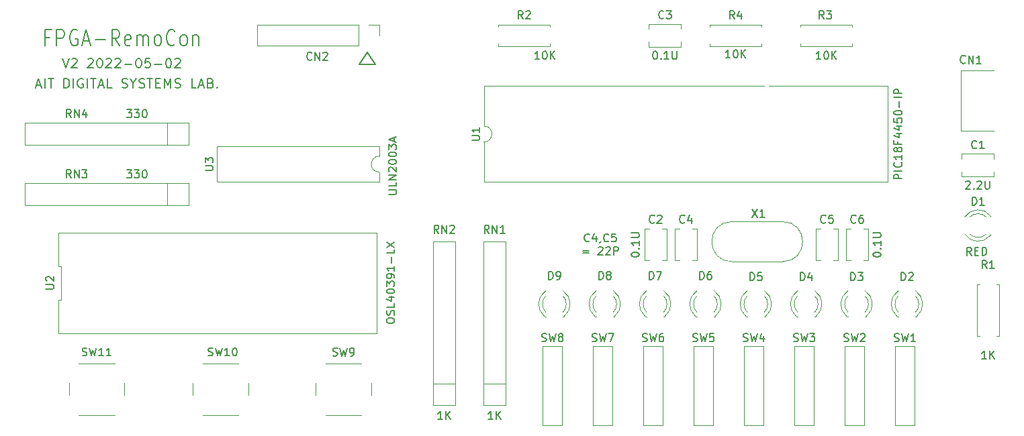
<source format=gto>
G04 #@! TF.GenerationSoftware,KiCad,Pcbnew,(5.1.12)-1*
G04 #@! TF.CreationDate,2022-05-02T17:08:21+09:00*
G04 #@! TF.ProjectId,Board_v2,426f6172-645f-4763-922e-6b696361645f,0.2.0*
G04 #@! TF.SameCoordinates,PX2faf080PY2faf080*
G04 #@! TF.FileFunction,Legend,Top*
G04 #@! TF.FilePolarity,Positive*
%FSLAX46Y46*%
G04 Gerber Fmt 4.6, Leading zero omitted, Abs format (unit mm)*
G04 Created by KiCad (PCBNEW (5.1.12)-1) date 2022-05-02 17:08:21*
%MOMM*%
%LPD*%
G01*
G04 APERTURE LIST*
%ADD10C,0.150000*%
%ADD11C,0.200000*%
%ADD12C,0.120000*%
%ADD13C,1.800000*%
%ADD14O,3.100000X1.900000*%
%ADD15C,1.300000*%
%ADD16C,1.600000*%
%ADD17C,1.700000*%
%ADD18O,1.800000X2.600000*%
%ADD19C,2.200000*%
%ADD20O,1.800000X1.800000*%
%ADD21C,2.000000*%
%ADD22O,1.900000X1.900000*%
%ADD23C,0.800000*%
G04 APERTURE END LIST*
D10*
X74984047Y-29542142D02*
X74936428Y-29589761D01*
X74793571Y-29637380D01*
X74698333Y-29637380D01*
X74555476Y-29589761D01*
X74460238Y-29494523D01*
X74412619Y-29399285D01*
X74365000Y-29208809D01*
X74365000Y-29065952D01*
X74412619Y-28875476D01*
X74460238Y-28780238D01*
X74555476Y-28685000D01*
X74698333Y-28637380D01*
X74793571Y-28637380D01*
X74936428Y-28685000D01*
X74984047Y-28732619D01*
X75841190Y-28970714D02*
X75841190Y-29637380D01*
X75603095Y-28589761D02*
X75365000Y-29304047D01*
X75984047Y-29304047D01*
X76412619Y-29589761D02*
X76412619Y-29637380D01*
X76365000Y-29732619D01*
X76317380Y-29780238D01*
X77412619Y-29542142D02*
X77365000Y-29589761D01*
X77222142Y-29637380D01*
X77126904Y-29637380D01*
X76984047Y-29589761D01*
X76888809Y-29494523D01*
X76841190Y-29399285D01*
X76793571Y-29208809D01*
X76793571Y-29065952D01*
X76841190Y-28875476D01*
X76888809Y-28780238D01*
X76984047Y-28685000D01*
X77126904Y-28637380D01*
X77222142Y-28637380D01*
X77365000Y-28685000D01*
X77412619Y-28732619D01*
X78317380Y-28637380D02*
X77841190Y-28637380D01*
X77793571Y-29113571D01*
X77841190Y-29065952D01*
X77936428Y-29018333D01*
X78174523Y-29018333D01*
X78269761Y-29065952D01*
X78317380Y-29113571D01*
X78365000Y-29208809D01*
X78365000Y-29446904D01*
X78317380Y-29542142D01*
X78269761Y-29589761D01*
X78174523Y-29637380D01*
X77936428Y-29637380D01*
X77841190Y-29589761D01*
X77793571Y-29542142D01*
X74150714Y-30763571D02*
X74912619Y-30763571D01*
X74912619Y-31049285D02*
X74150714Y-31049285D01*
X76103095Y-30382619D02*
X76150714Y-30335000D01*
X76245952Y-30287380D01*
X76484047Y-30287380D01*
X76579285Y-30335000D01*
X76626904Y-30382619D01*
X76674523Y-30477857D01*
X76674523Y-30573095D01*
X76626904Y-30715952D01*
X76055476Y-31287380D01*
X76674523Y-31287380D01*
X77055476Y-30382619D02*
X77103095Y-30335000D01*
X77198333Y-30287380D01*
X77436428Y-30287380D01*
X77531666Y-30335000D01*
X77579285Y-30382619D01*
X77626904Y-30477857D01*
X77626904Y-30573095D01*
X77579285Y-30715952D01*
X77007857Y-31287380D01*
X77626904Y-31287380D01*
X78055476Y-31287380D02*
X78055476Y-30287380D01*
X78436428Y-30287380D01*
X78531666Y-30335000D01*
X78579285Y-30382619D01*
X78626904Y-30477857D01*
X78626904Y-30620714D01*
X78579285Y-30715952D01*
X78531666Y-30763571D01*
X78436428Y-30811190D01*
X78055476Y-30811190D01*
X5246428Y-9890000D02*
X5817857Y-9890000D01*
X5132142Y-10232857D02*
X5532142Y-9032857D01*
X5932142Y-10232857D01*
X6332142Y-10232857D02*
X6332142Y-9032857D01*
X6732142Y-9032857D02*
X7417857Y-9032857D01*
X7075000Y-10232857D02*
X7075000Y-9032857D01*
X8732142Y-10232857D02*
X8732142Y-9032857D01*
X9017857Y-9032857D01*
X9189285Y-9090000D01*
X9303571Y-9204285D01*
X9360714Y-9318571D01*
X9417857Y-9547142D01*
X9417857Y-9718571D01*
X9360714Y-9947142D01*
X9303571Y-10061428D01*
X9189285Y-10175714D01*
X9017857Y-10232857D01*
X8732142Y-10232857D01*
X9932142Y-10232857D02*
X9932142Y-9032857D01*
X11132142Y-9090000D02*
X11017857Y-9032857D01*
X10846428Y-9032857D01*
X10675000Y-9090000D01*
X10560714Y-9204285D01*
X10503571Y-9318571D01*
X10446428Y-9547142D01*
X10446428Y-9718571D01*
X10503571Y-9947142D01*
X10560714Y-10061428D01*
X10675000Y-10175714D01*
X10846428Y-10232857D01*
X10960714Y-10232857D01*
X11132142Y-10175714D01*
X11189285Y-10118571D01*
X11189285Y-9718571D01*
X10960714Y-9718571D01*
X11703571Y-10232857D02*
X11703571Y-9032857D01*
X12103571Y-9032857D02*
X12789285Y-9032857D01*
X12446428Y-10232857D02*
X12446428Y-9032857D01*
X13132142Y-9890000D02*
X13703571Y-9890000D01*
X13017857Y-10232857D02*
X13417857Y-9032857D01*
X13817857Y-10232857D01*
X14789285Y-10232857D02*
X14217857Y-10232857D01*
X14217857Y-9032857D01*
X16046428Y-10175714D02*
X16217857Y-10232857D01*
X16503571Y-10232857D01*
X16617857Y-10175714D01*
X16675000Y-10118571D01*
X16732142Y-10004285D01*
X16732142Y-9890000D01*
X16675000Y-9775714D01*
X16617857Y-9718571D01*
X16503571Y-9661428D01*
X16275000Y-9604285D01*
X16160714Y-9547142D01*
X16103571Y-9490000D01*
X16046428Y-9375714D01*
X16046428Y-9261428D01*
X16103571Y-9147142D01*
X16160714Y-9090000D01*
X16275000Y-9032857D01*
X16560714Y-9032857D01*
X16732142Y-9090000D01*
X17475000Y-9661428D02*
X17475000Y-10232857D01*
X17075000Y-9032857D02*
X17475000Y-9661428D01*
X17875000Y-9032857D01*
X18217857Y-10175714D02*
X18389285Y-10232857D01*
X18675000Y-10232857D01*
X18789285Y-10175714D01*
X18846428Y-10118571D01*
X18903571Y-10004285D01*
X18903571Y-9890000D01*
X18846428Y-9775714D01*
X18789285Y-9718571D01*
X18675000Y-9661428D01*
X18446428Y-9604285D01*
X18332142Y-9547142D01*
X18275000Y-9490000D01*
X18217857Y-9375714D01*
X18217857Y-9261428D01*
X18275000Y-9147142D01*
X18332142Y-9090000D01*
X18446428Y-9032857D01*
X18732142Y-9032857D01*
X18903571Y-9090000D01*
X19246428Y-9032857D02*
X19932142Y-9032857D01*
X19589285Y-10232857D02*
X19589285Y-9032857D01*
X20332142Y-9604285D02*
X20732142Y-9604285D01*
X20903571Y-10232857D02*
X20332142Y-10232857D01*
X20332142Y-9032857D01*
X20903571Y-9032857D01*
X21417857Y-10232857D02*
X21417857Y-9032857D01*
X21817857Y-9890000D01*
X22217857Y-9032857D01*
X22217857Y-10232857D01*
X22732142Y-10175714D02*
X22903571Y-10232857D01*
X23189285Y-10232857D01*
X23303571Y-10175714D01*
X23360714Y-10118571D01*
X23417857Y-10004285D01*
X23417857Y-9890000D01*
X23360714Y-9775714D01*
X23303571Y-9718571D01*
X23189285Y-9661428D01*
X22960714Y-9604285D01*
X22846428Y-9547142D01*
X22789285Y-9490000D01*
X22732142Y-9375714D01*
X22732142Y-9261428D01*
X22789285Y-9147142D01*
X22846428Y-9090000D01*
X22960714Y-9032857D01*
X23246428Y-9032857D01*
X23417857Y-9090000D01*
X25417857Y-10232857D02*
X24846428Y-10232857D01*
X24846428Y-9032857D01*
X25760714Y-9890000D02*
X26332142Y-9890000D01*
X25646428Y-10232857D02*
X26046428Y-9032857D01*
X26446428Y-10232857D01*
X27246428Y-9604285D02*
X27417857Y-9661428D01*
X27475000Y-9718571D01*
X27532142Y-9832857D01*
X27532142Y-10004285D01*
X27475000Y-10118571D01*
X27417857Y-10175714D01*
X27303571Y-10232857D01*
X26846428Y-10232857D01*
X26846428Y-9032857D01*
X27246428Y-9032857D01*
X27360714Y-9090000D01*
X27417857Y-9147142D01*
X27475000Y-9261428D01*
X27475000Y-9375714D01*
X27417857Y-9490000D01*
X27360714Y-9547142D01*
X27246428Y-9604285D01*
X26846428Y-9604285D01*
X28046428Y-10118571D02*
X28103571Y-10175714D01*
X28046428Y-10232857D01*
X27989285Y-10175714D01*
X28046428Y-10118571D01*
X28046428Y-10232857D01*
X8554285Y-6492857D02*
X8954285Y-7692857D01*
X9354285Y-6492857D01*
X9697142Y-6607142D02*
X9754285Y-6550000D01*
X9868571Y-6492857D01*
X10154285Y-6492857D01*
X10268571Y-6550000D01*
X10325714Y-6607142D01*
X10382857Y-6721428D01*
X10382857Y-6835714D01*
X10325714Y-7007142D01*
X9640000Y-7692857D01*
X10382857Y-7692857D01*
X11754285Y-6607142D02*
X11811428Y-6550000D01*
X11925714Y-6492857D01*
X12211428Y-6492857D01*
X12325714Y-6550000D01*
X12382857Y-6607142D01*
X12440000Y-6721428D01*
X12440000Y-6835714D01*
X12382857Y-7007142D01*
X11697142Y-7692857D01*
X12440000Y-7692857D01*
X13182857Y-6492857D02*
X13297142Y-6492857D01*
X13411428Y-6550000D01*
X13468571Y-6607142D01*
X13525714Y-6721428D01*
X13582857Y-6950000D01*
X13582857Y-7235714D01*
X13525714Y-7464285D01*
X13468571Y-7578571D01*
X13411428Y-7635714D01*
X13297142Y-7692857D01*
X13182857Y-7692857D01*
X13068571Y-7635714D01*
X13011428Y-7578571D01*
X12954285Y-7464285D01*
X12897142Y-7235714D01*
X12897142Y-6950000D01*
X12954285Y-6721428D01*
X13011428Y-6607142D01*
X13068571Y-6550000D01*
X13182857Y-6492857D01*
X14040000Y-6607142D02*
X14097142Y-6550000D01*
X14211428Y-6492857D01*
X14497142Y-6492857D01*
X14611428Y-6550000D01*
X14668571Y-6607142D01*
X14725714Y-6721428D01*
X14725714Y-6835714D01*
X14668571Y-7007142D01*
X13982857Y-7692857D01*
X14725714Y-7692857D01*
X15182857Y-6607142D02*
X15240000Y-6550000D01*
X15354285Y-6492857D01*
X15640000Y-6492857D01*
X15754285Y-6550000D01*
X15811428Y-6607142D01*
X15868571Y-6721428D01*
X15868571Y-6835714D01*
X15811428Y-7007142D01*
X15125714Y-7692857D01*
X15868571Y-7692857D01*
X16382857Y-7235714D02*
X17297142Y-7235714D01*
X18097142Y-6492857D02*
X18211428Y-6492857D01*
X18325714Y-6550000D01*
X18382857Y-6607142D01*
X18440000Y-6721428D01*
X18497142Y-6950000D01*
X18497142Y-7235714D01*
X18440000Y-7464285D01*
X18382857Y-7578571D01*
X18325714Y-7635714D01*
X18211428Y-7692857D01*
X18097142Y-7692857D01*
X17982857Y-7635714D01*
X17925714Y-7578571D01*
X17868571Y-7464285D01*
X17811428Y-7235714D01*
X17811428Y-6950000D01*
X17868571Y-6721428D01*
X17925714Y-6607142D01*
X17982857Y-6550000D01*
X18097142Y-6492857D01*
X19582857Y-6492857D02*
X19011428Y-6492857D01*
X18954285Y-7064285D01*
X19011428Y-7007142D01*
X19125714Y-6950000D01*
X19411428Y-6950000D01*
X19525714Y-7007142D01*
X19582857Y-7064285D01*
X19640000Y-7178571D01*
X19640000Y-7464285D01*
X19582857Y-7578571D01*
X19525714Y-7635714D01*
X19411428Y-7692857D01*
X19125714Y-7692857D01*
X19011428Y-7635714D01*
X18954285Y-7578571D01*
X20154285Y-7235714D02*
X21068571Y-7235714D01*
X21868571Y-6492857D02*
X21982857Y-6492857D01*
X22097142Y-6550000D01*
X22154285Y-6607142D01*
X22211428Y-6721428D01*
X22268571Y-6950000D01*
X22268571Y-7235714D01*
X22211428Y-7464285D01*
X22154285Y-7578571D01*
X22097142Y-7635714D01*
X21982857Y-7692857D01*
X21868571Y-7692857D01*
X21754285Y-7635714D01*
X21697142Y-7578571D01*
X21640000Y-7464285D01*
X21582857Y-7235714D01*
X21582857Y-6950000D01*
X21640000Y-6721428D01*
X21697142Y-6607142D01*
X21754285Y-6550000D01*
X21868571Y-6492857D01*
X22725714Y-6607142D02*
X22782857Y-6550000D01*
X22897142Y-6492857D01*
X23182857Y-6492857D01*
X23297142Y-6550000D01*
X23354285Y-6607142D01*
X23411428Y-6721428D01*
X23411428Y-6835714D01*
X23354285Y-7007142D01*
X22668571Y-7692857D01*
X23411428Y-7692857D01*
D11*
X6932857Y-3832142D02*
X6366190Y-3832142D01*
X6366190Y-4879761D02*
X6366190Y-2879761D01*
X7175714Y-2879761D01*
X7823333Y-4879761D02*
X7823333Y-2879761D01*
X8470952Y-2879761D01*
X8632857Y-2975000D01*
X8713809Y-3070238D01*
X8794761Y-3260714D01*
X8794761Y-3546428D01*
X8713809Y-3736904D01*
X8632857Y-3832142D01*
X8470952Y-3927380D01*
X7823333Y-3927380D01*
X10413809Y-2975000D02*
X10251904Y-2879761D01*
X10009047Y-2879761D01*
X9766190Y-2975000D01*
X9604285Y-3165476D01*
X9523333Y-3355952D01*
X9442380Y-3736904D01*
X9442380Y-4022619D01*
X9523333Y-4403571D01*
X9604285Y-4594047D01*
X9766190Y-4784523D01*
X10009047Y-4879761D01*
X10170952Y-4879761D01*
X10413809Y-4784523D01*
X10494761Y-4689285D01*
X10494761Y-4022619D01*
X10170952Y-4022619D01*
X11142380Y-4308333D02*
X11951904Y-4308333D01*
X10980476Y-4879761D02*
X11547142Y-2879761D01*
X12113809Y-4879761D01*
X12680476Y-4117857D02*
X13975714Y-4117857D01*
X15756666Y-4879761D02*
X15190000Y-3927380D01*
X14785238Y-4879761D02*
X14785238Y-2879761D01*
X15432857Y-2879761D01*
X15594761Y-2975000D01*
X15675714Y-3070238D01*
X15756666Y-3260714D01*
X15756666Y-3546428D01*
X15675714Y-3736904D01*
X15594761Y-3832142D01*
X15432857Y-3927380D01*
X14785238Y-3927380D01*
X17132857Y-4784523D02*
X16970952Y-4879761D01*
X16647142Y-4879761D01*
X16485238Y-4784523D01*
X16404285Y-4594047D01*
X16404285Y-3832142D01*
X16485238Y-3641666D01*
X16647142Y-3546428D01*
X16970952Y-3546428D01*
X17132857Y-3641666D01*
X17213809Y-3832142D01*
X17213809Y-4022619D01*
X16404285Y-4213095D01*
X17942380Y-4879761D02*
X17942380Y-3546428D01*
X17942380Y-3736904D02*
X18023333Y-3641666D01*
X18185238Y-3546428D01*
X18428095Y-3546428D01*
X18590000Y-3641666D01*
X18670952Y-3832142D01*
X18670952Y-4879761D01*
X18670952Y-3832142D02*
X18751904Y-3641666D01*
X18913809Y-3546428D01*
X19156666Y-3546428D01*
X19318571Y-3641666D01*
X19399523Y-3832142D01*
X19399523Y-4879761D01*
X20451904Y-4879761D02*
X20290000Y-4784523D01*
X20209047Y-4689285D01*
X20128095Y-4498809D01*
X20128095Y-3927380D01*
X20209047Y-3736904D01*
X20290000Y-3641666D01*
X20451904Y-3546428D01*
X20694761Y-3546428D01*
X20856666Y-3641666D01*
X20937619Y-3736904D01*
X21018571Y-3927380D01*
X21018571Y-4498809D01*
X20937619Y-4689285D01*
X20856666Y-4784523D01*
X20694761Y-4879761D01*
X20451904Y-4879761D01*
X22718571Y-4689285D02*
X22637619Y-4784523D01*
X22394761Y-4879761D01*
X22232857Y-4879761D01*
X21990000Y-4784523D01*
X21828095Y-4594047D01*
X21747142Y-4403571D01*
X21666190Y-4022619D01*
X21666190Y-3736904D01*
X21747142Y-3355952D01*
X21828095Y-3165476D01*
X21990000Y-2975000D01*
X22232857Y-2879761D01*
X22394761Y-2879761D01*
X22637619Y-2975000D01*
X22718571Y-3070238D01*
X23690000Y-4879761D02*
X23528095Y-4784523D01*
X23447142Y-4689285D01*
X23366190Y-4498809D01*
X23366190Y-3927380D01*
X23447142Y-3736904D01*
X23528095Y-3641666D01*
X23690000Y-3546428D01*
X23932857Y-3546428D01*
X24094761Y-3641666D01*
X24175714Y-3736904D01*
X24256666Y-3927380D01*
X24256666Y-4498809D01*
X24175714Y-4689285D01*
X24094761Y-4784523D01*
X23932857Y-4879761D01*
X23690000Y-4879761D01*
X24985238Y-3546428D02*
X24985238Y-4879761D01*
X24985238Y-3736904D02*
X25066190Y-3641666D01*
X25228095Y-3546428D01*
X25470952Y-3546428D01*
X25632857Y-3641666D01*
X25713809Y-3832142D01*
X25713809Y-4879761D01*
D10*
X47996000Y-7276000D02*
X46980000Y-5752000D01*
X45964000Y-7276000D02*
X47996000Y-7276000D01*
X46980000Y-5752000D02*
X45964000Y-7276000D01*
D12*
X88580000Y-27970000D02*
X88580000Y-32010000D01*
X85740000Y-27970000D02*
X85740000Y-32010000D01*
X88580000Y-27970000D02*
X87955000Y-27970000D01*
X86365000Y-27970000D02*
X85740000Y-27970000D01*
X88580000Y-32010000D02*
X87955000Y-32010000D01*
X86365000Y-32010000D02*
X85740000Y-32010000D01*
X126000000Y-8000000D02*
X121800000Y-8000000D01*
X121800000Y-8000000D02*
X121800000Y-15600000D01*
X121800000Y-15600000D02*
X126000000Y-15600000D01*
X69067000Y-52791000D02*
X69067000Y-42791000D01*
X71567000Y-52791000D02*
X69067000Y-52791000D01*
X71567000Y-42791000D02*
X71567000Y-52791000D01*
X69067000Y-42791000D02*
X71567000Y-42791000D01*
X75417000Y-52791000D02*
X75417000Y-42791000D01*
X77917000Y-52791000D02*
X75417000Y-52791000D01*
X77917000Y-42791000D02*
X77917000Y-52791000D01*
X75417000Y-42791000D02*
X77917000Y-42791000D01*
X81767000Y-52791000D02*
X81767000Y-42791000D01*
X84267000Y-52791000D02*
X81767000Y-52791000D01*
X84267000Y-42791000D02*
X84267000Y-52791000D01*
X81767000Y-42791000D02*
X84267000Y-42791000D01*
X88117000Y-52791000D02*
X88117000Y-42791000D01*
X90617000Y-52791000D02*
X88117000Y-52791000D01*
X90617000Y-42791000D02*
X90617000Y-52791000D01*
X88117000Y-42791000D02*
X90617000Y-42791000D01*
X94467000Y-52791000D02*
X94467000Y-42791000D01*
X96967000Y-52791000D02*
X94467000Y-52791000D01*
X96967000Y-42791000D02*
X96967000Y-52791000D01*
X94467000Y-42791000D02*
X96967000Y-42791000D01*
X100817000Y-52791000D02*
X100817000Y-42791000D01*
X103317000Y-52791000D02*
X100817000Y-52791000D01*
X103317000Y-42791000D02*
X103317000Y-52791000D01*
X100817000Y-42791000D02*
X103317000Y-42791000D01*
X107167000Y-52791000D02*
X107167000Y-42791000D01*
X109667000Y-52791000D02*
X107167000Y-52791000D01*
X109667000Y-42791000D02*
X109667000Y-52791000D01*
X107167000Y-42791000D02*
X109667000Y-42791000D01*
X113517000Y-52791000D02*
X113517000Y-42791000D01*
X116017000Y-52791000D02*
X113517000Y-52791000D01*
X116017000Y-42791000D02*
X116017000Y-52791000D01*
X113517000Y-42791000D02*
X116017000Y-42791000D01*
X99350000Y-32155000D02*
X92950000Y-32155000D01*
X99350000Y-27105000D02*
X92950000Y-27105000D01*
X92950000Y-27105000D02*
G75*
G03*
X92950000Y-32155000I0J-2525000D01*
G01*
X99350000Y-27105000D02*
G75*
G02*
X99350000Y-32155000I0J-2525000D01*
G01*
X48485000Y-18850000D02*
X48485000Y-17600000D01*
X48485000Y-17600000D02*
X28045000Y-17600000D01*
X28045000Y-17600000D02*
X28045000Y-22100000D01*
X28045000Y-22100000D02*
X48485000Y-22100000D01*
X48485000Y-22100000D02*
X48485000Y-20850000D01*
X48485000Y-20850000D02*
G75*
G02*
X48485000Y-18850000I0J1000000D01*
G01*
X8015000Y-41206999D02*
X48195000Y-41207000D01*
X48195000Y-41207000D02*
X48195000Y-28467001D01*
X48195000Y-28467001D02*
X8015000Y-28467000D01*
X8015000Y-28467000D02*
X8015000Y-32713667D01*
X8015000Y-32713667D02*
X8375000Y-32713667D01*
X8375000Y-32713667D02*
X8375000Y-36960333D01*
X8375000Y-36960333D02*
X8015000Y-36960333D01*
X8015000Y-36960333D02*
X8015000Y-41206999D01*
X61700000Y-17040000D02*
X61700000Y-22100000D01*
X61700000Y-22100000D02*
X112620000Y-22100000D01*
X112620000Y-22100000D02*
X112620000Y-9980000D01*
X112620000Y-9980000D02*
X61700000Y-9980000D01*
X61700000Y-9980000D02*
X61700000Y-15040000D01*
X61700000Y-15040000D02*
G75*
G02*
X61700000Y-17040000I0J-1000000D01*
G01*
X10611000Y-51513000D02*
X15111000Y-51513000D01*
X9361000Y-47513000D02*
X9361000Y-49013000D01*
X15111000Y-45013000D02*
X10611000Y-45013000D01*
X16361000Y-49013000D02*
X16361000Y-47513000D01*
X26232000Y-51513000D02*
X30732000Y-51513000D01*
X24982000Y-47513000D02*
X24982000Y-49013000D01*
X30732000Y-45013000D02*
X26232000Y-45013000D01*
X31982000Y-49013000D02*
X31982000Y-47513000D01*
X41726000Y-51513000D02*
X46226000Y-51513000D01*
X40476000Y-47513000D02*
X40476000Y-49013000D01*
X46226000Y-45013000D02*
X41726000Y-45013000D01*
X47476000Y-49013000D02*
X47476000Y-47513000D01*
X24465000Y-17440000D02*
X24465000Y-14640000D01*
X24465000Y-14640000D02*
X3805000Y-14640000D01*
X3805000Y-14640000D02*
X3805000Y-17440000D01*
X3805000Y-17440000D02*
X24465000Y-17440000D01*
X21755000Y-17440000D02*
X21755000Y-14640000D01*
X24465000Y-25060000D02*
X24465000Y-22260000D01*
X24465000Y-22260000D02*
X3805000Y-22260000D01*
X3805000Y-22260000D02*
X3805000Y-25060000D01*
X3805000Y-25060000D02*
X24465000Y-25060000D01*
X21755000Y-25060000D02*
X21755000Y-22260000D01*
X55280000Y-50246000D02*
X58080000Y-50246000D01*
X58080000Y-50246000D02*
X58080000Y-29586000D01*
X58080000Y-29586000D02*
X55280000Y-29586000D01*
X55280000Y-29586000D02*
X55280000Y-50246000D01*
X55280000Y-47536000D02*
X58080000Y-47536000D01*
X61630000Y-50246000D02*
X64430000Y-50246000D01*
X64430000Y-50246000D02*
X64430000Y-29586000D01*
X64430000Y-29586000D02*
X61630000Y-29586000D01*
X61630000Y-29586000D02*
X61630000Y-50246000D01*
X61630000Y-47536000D02*
X64430000Y-47536000D01*
X90161000Y-2555000D02*
X90161000Y-2225000D01*
X90161000Y-2225000D02*
X96701000Y-2225000D01*
X96701000Y-2225000D02*
X96701000Y-2555000D01*
X90161000Y-4635000D02*
X90161000Y-4965000D01*
X90161000Y-4965000D02*
X96701000Y-4965000D01*
X96701000Y-4965000D02*
X96701000Y-4635000D01*
X108131000Y-4635000D02*
X108131000Y-4965000D01*
X108131000Y-4965000D02*
X101591000Y-4965000D01*
X101591000Y-4965000D02*
X101591000Y-4635000D01*
X108131000Y-2555000D02*
X108131000Y-2225000D01*
X108131000Y-2225000D02*
X101591000Y-2225000D01*
X101591000Y-2225000D02*
X101591000Y-2555000D01*
X70031000Y-4635000D02*
X70031000Y-4965000D01*
X70031000Y-4965000D02*
X63491000Y-4965000D01*
X63491000Y-4965000D02*
X63491000Y-4635000D01*
X70031000Y-2555000D02*
X70031000Y-2225000D01*
X70031000Y-2225000D02*
X63491000Y-2225000D01*
X63491000Y-2225000D02*
X63491000Y-2555000D01*
X126300000Y-34995000D02*
X126630000Y-34995000D01*
X126630000Y-34995000D02*
X126630000Y-41535000D01*
X126630000Y-41535000D02*
X126300000Y-41535000D01*
X124220000Y-34995000D02*
X123890000Y-34995000D01*
X123890000Y-34995000D02*
X123890000Y-41535000D01*
X123890000Y-41535000D02*
X124220000Y-41535000D01*
X69335000Y-39064000D02*
X69491000Y-39064000D01*
X71651000Y-39064000D02*
X71807000Y-39064000D01*
X71650837Y-36462870D02*
G75*
G02*
X71651000Y-38544961I-1079837J-1041130D01*
G01*
X69491163Y-36462870D02*
G75*
G03*
X69491000Y-38544961I1079837J-1041130D01*
G01*
X71649608Y-35831665D02*
G75*
G02*
X71806516Y-39064000I-1078608J-1672335D01*
G01*
X69492392Y-35831665D02*
G75*
G03*
X69335484Y-39064000I1078608J-1672335D01*
G01*
X75685000Y-39064000D02*
X75841000Y-39064000D01*
X78001000Y-39064000D02*
X78157000Y-39064000D01*
X78000837Y-36462870D02*
G75*
G02*
X78001000Y-38544961I-1079837J-1041130D01*
G01*
X75841163Y-36462870D02*
G75*
G03*
X75841000Y-38544961I1079837J-1041130D01*
G01*
X77999608Y-35831665D02*
G75*
G02*
X78156516Y-39064000I-1078608J-1672335D01*
G01*
X75842392Y-35831665D02*
G75*
G03*
X75685484Y-39064000I1078608J-1672335D01*
G01*
X82035000Y-39064000D02*
X82191000Y-39064000D01*
X84351000Y-39064000D02*
X84507000Y-39064000D01*
X84350837Y-36462870D02*
G75*
G02*
X84351000Y-38544961I-1079837J-1041130D01*
G01*
X82191163Y-36462870D02*
G75*
G03*
X82191000Y-38544961I1079837J-1041130D01*
G01*
X84349608Y-35831665D02*
G75*
G02*
X84506516Y-39064000I-1078608J-1672335D01*
G01*
X82192392Y-35831665D02*
G75*
G03*
X82035484Y-39064000I1078608J-1672335D01*
G01*
X88385000Y-39064000D02*
X88541000Y-39064000D01*
X90701000Y-39064000D02*
X90857000Y-39064000D01*
X90700837Y-36462870D02*
G75*
G02*
X90701000Y-38544961I-1079837J-1041130D01*
G01*
X88541163Y-36462870D02*
G75*
G03*
X88541000Y-38544961I1079837J-1041130D01*
G01*
X90699608Y-35831665D02*
G75*
G02*
X90856516Y-39064000I-1078608J-1672335D01*
G01*
X88542392Y-35831665D02*
G75*
G03*
X88385484Y-39064000I1078608J-1672335D01*
G01*
X94735000Y-39064000D02*
X94891000Y-39064000D01*
X97051000Y-39064000D02*
X97207000Y-39064000D01*
X97050837Y-36462870D02*
G75*
G02*
X97051000Y-38544961I-1079837J-1041130D01*
G01*
X94891163Y-36462870D02*
G75*
G03*
X94891000Y-38544961I1079837J-1041130D01*
G01*
X97049608Y-35831665D02*
G75*
G02*
X97206516Y-39064000I-1078608J-1672335D01*
G01*
X94892392Y-35831665D02*
G75*
G03*
X94735484Y-39064000I1078608J-1672335D01*
G01*
X101085000Y-39064000D02*
X101241000Y-39064000D01*
X103401000Y-39064000D02*
X103557000Y-39064000D01*
X103400837Y-36462870D02*
G75*
G02*
X103401000Y-38544961I-1079837J-1041130D01*
G01*
X101241163Y-36462870D02*
G75*
G03*
X101241000Y-38544961I1079837J-1041130D01*
G01*
X103399608Y-35831665D02*
G75*
G02*
X103556516Y-39064000I-1078608J-1672335D01*
G01*
X101242392Y-35831665D02*
G75*
G03*
X101085484Y-39064000I1078608J-1672335D01*
G01*
X107435000Y-39064000D02*
X107591000Y-39064000D01*
X109751000Y-39064000D02*
X109907000Y-39064000D01*
X109750837Y-36462870D02*
G75*
G02*
X109751000Y-38544961I-1079837J-1041130D01*
G01*
X107591163Y-36462870D02*
G75*
G03*
X107591000Y-38544961I1079837J-1041130D01*
G01*
X109749608Y-35831665D02*
G75*
G02*
X109906516Y-39064000I-1078608J-1672335D01*
G01*
X107592392Y-35831665D02*
G75*
G03*
X107435484Y-39064000I1078608J-1672335D01*
G01*
X113785000Y-39064000D02*
X113941000Y-39064000D01*
X116101000Y-39064000D02*
X116257000Y-39064000D01*
X116100837Y-36462870D02*
G75*
G02*
X116101000Y-38544961I-1079837J-1041130D01*
G01*
X113941163Y-36462870D02*
G75*
G03*
X113941000Y-38544961I1079837J-1041130D01*
G01*
X116099608Y-35831665D02*
G75*
G02*
X116256516Y-39064000I-1078608J-1672335D01*
G01*
X113942392Y-35831665D02*
G75*
G03*
X113785484Y-39064000I1078608J-1672335D01*
G01*
X125550000Y-28834000D02*
X125550000Y-28678000D01*
X125550000Y-26518000D02*
X125550000Y-26362000D01*
X122948870Y-26518163D02*
G75*
G02*
X125030961Y-26518000I1041130J-1079837D01*
G01*
X122948870Y-28677837D02*
G75*
G03*
X125030961Y-28678000I1041130J1079837D01*
G01*
X122317665Y-26519392D02*
G75*
G02*
X125550000Y-26362484I1672335J-1078608D01*
G01*
X122317665Y-28676608D02*
G75*
G03*
X125550000Y-28833516I1672335J1078608D01*
G01*
X33125000Y-2264000D02*
X33125000Y-4924000D01*
X45885000Y-2264000D02*
X33125000Y-2264000D01*
X45885000Y-4924000D02*
X33125000Y-4924000D01*
X45885000Y-2264000D02*
X45885000Y-4924000D01*
X47155000Y-2264000D02*
X48485000Y-2264000D01*
X48485000Y-2264000D02*
X48485000Y-3594000D01*
X110170000Y-27970000D02*
X110170000Y-32010000D01*
X107330000Y-27970000D02*
X107330000Y-32010000D01*
X110170000Y-27970000D02*
X109545000Y-27970000D01*
X107955000Y-27970000D02*
X107330000Y-27970000D01*
X110170000Y-32010000D02*
X109545000Y-32010000D01*
X107955000Y-32010000D02*
X107330000Y-32010000D01*
X104145000Y-32010000D02*
X103520000Y-32010000D01*
X106360000Y-32010000D02*
X105735000Y-32010000D01*
X104145000Y-27970000D02*
X103520000Y-27970000D01*
X106360000Y-27970000D02*
X105735000Y-27970000D01*
X103520000Y-27970000D02*
X103520000Y-32010000D01*
X106360000Y-27970000D02*
X106360000Y-32010000D01*
X82501000Y-2175000D02*
X86541000Y-2175000D01*
X82501000Y-5015000D02*
X86541000Y-5015000D01*
X82501000Y-2175000D02*
X82501000Y-2800000D01*
X82501000Y-4390000D02*
X82501000Y-5015000D01*
X86541000Y-2175000D02*
X86541000Y-2800000D01*
X86541000Y-4390000D02*
X86541000Y-5015000D01*
X84770000Y-27970000D02*
X84770000Y-32010000D01*
X81930000Y-27970000D02*
X81930000Y-32010000D01*
X84770000Y-27970000D02*
X84145000Y-27970000D01*
X82555000Y-27970000D02*
X81930000Y-27970000D01*
X84770000Y-32010000D02*
X84145000Y-32010000D01*
X82555000Y-32010000D02*
X81930000Y-32010000D01*
X121950000Y-18558000D02*
X125990000Y-18558000D01*
X121950000Y-21398000D02*
X125990000Y-21398000D01*
X121950000Y-18558000D02*
X121950000Y-19183000D01*
X121950000Y-20773000D02*
X121950000Y-21398000D01*
X125990000Y-18558000D02*
X125990000Y-19183000D01*
X125990000Y-20773000D02*
X125990000Y-21398000D01*
D10*
X86993333Y-27192142D02*
X86945714Y-27239761D01*
X86802857Y-27287380D01*
X86707619Y-27287380D01*
X86564761Y-27239761D01*
X86469523Y-27144523D01*
X86421904Y-27049285D01*
X86374285Y-26858809D01*
X86374285Y-26715952D01*
X86421904Y-26525476D01*
X86469523Y-26430238D01*
X86564761Y-26335000D01*
X86707619Y-26287380D01*
X86802857Y-26287380D01*
X86945714Y-26335000D01*
X86993333Y-26382619D01*
X87850476Y-26620714D02*
X87850476Y-27287380D01*
X87612380Y-26239761D02*
X87374285Y-26954047D01*
X87993333Y-26954047D01*
X122387523Y-7044142D02*
X122339904Y-7091761D01*
X122197047Y-7139380D01*
X122101809Y-7139380D01*
X121958952Y-7091761D01*
X121863714Y-6996523D01*
X121816095Y-6901285D01*
X121768476Y-6710809D01*
X121768476Y-6567952D01*
X121816095Y-6377476D01*
X121863714Y-6282238D01*
X121958952Y-6187000D01*
X122101809Y-6139380D01*
X122197047Y-6139380D01*
X122339904Y-6187000D01*
X122387523Y-6234619D01*
X122816095Y-7139380D02*
X122816095Y-6139380D01*
X123387523Y-7139380D01*
X123387523Y-6139380D01*
X124387523Y-7139380D02*
X123816095Y-7139380D01*
X124101809Y-7139380D02*
X124101809Y-6139380D01*
X124006571Y-6282238D01*
X123911333Y-6377476D01*
X123816095Y-6425095D01*
X68983666Y-42195761D02*
X69126523Y-42243380D01*
X69364619Y-42243380D01*
X69459857Y-42195761D01*
X69507476Y-42148142D01*
X69555095Y-42052904D01*
X69555095Y-41957666D01*
X69507476Y-41862428D01*
X69459857Y-41814809D01*
X69364619Y-41767190D01*
X69174142Y-41719571D01*
X69078904Y-41671952D01*
X69031285Y-41624333D01*
X68983666Y-41529095D01*
X68983666Y-41433857D01*
X69031285Y-41338619D01*
X69078904Y-41291000D01*
X69174142Y-41243380D01*
X69412238Y-41243380D01*
X69555095Y-41291000D01*
X69888428Y-41243380D02*
X70126523Y-42243380D01*
X70317000Y-41529095D01*
X70507476Y-42243380D01*
X70745571Y-41243380D01*
X71269380Y-41671952D02*
X71174142Y-41624333D01*
X71126523Y-41576714D01*
X71078904Y-41481476D01*
X71078904Y-41433857D01*
X71126523Y-41338619D01*
X71174142Y-41291000D01*
X71269380Y-41243380D01*
X71459857Y-41243380D01*
X71555095Y-41291000D01*
X71602714Y-41338619D01*
X71650333Y-41433857D01*
X71650333Y-41481476D01*
X71602714Y-41576714D01*
X71555095Y-41624333D01*
X71459857Y-41671952D01*
X71269380Y-41671952D01*
X71174142Y-41719571D01*
X71126523Y-41767190D01*
X71078904Y-41862428D01*
X71078904Y-42052904D01*
X71126523Y-42148142D01*
X71174142Y-42195761D01*
X71269380Y-42243380D01*
X71459857Y-42243380D01*
X71555095Y-42195761D01*
X71602714Y-42148142D01*
X71650333Y-42052904D01*
X71650333Y-41862428D01*
X71602714Y-41767190D01*
X71555095Y-41719571D01*
X71459857Y-41671952D01*
X75333666Y-42195761D02*
X75476523Y-42243380D01*
X75714619Y-42243380D01*
X75809857Y-42195761D01*
X75857476Y-42148142D01*
X75905095Y-42052904D01*
X75905095Y-41957666D01*
X75857476Y-41862428D01*
X75809857Y-41814809D01*
X75714619Y-41767190D01*
X75524142Y-41719571D01*
X75428904Y-41671952D01*
X75381285Y-41624333D01*
X75333666Y-41529095D01*
X75333666Y-41433857D01*
X75381285Y-41338619D01*
X75428904Y-41291000D01*
X75524142Y-41243380D01*
X75762238Y-41243380D01*
X75905095Y-41291000D01*
X76238428Y-41243380D02*
X76476523Y-42243380D01*
X76667000Y-41529095D01*
X76857476Y-42243380D01*
X77095571Y-41243380D01*
X77381285Y-41243380D02*
X78047952Y-41243380D01*
X77619380Y-42243380D01*
X81683666Y-42195761D02*
X81826523Y-42243380D01*
X82064619Y-42243380D01*
X82159857Y-42195761D01*
X82207476Y-42148142D01*
X82255095Y-42052904D01*
X82255095Y-41957666D01*
X82207476Y-41862428D01*
X82159857Y-41814809D01*
X82064619Y-41767190D01*
X81874142Y-41719571D01*
X81778904Y-41671952D01*
X81731285Y-41624333D01*
X81683666Y-41529095D01*
X81683666Y-41433857D01*
X81731285Y-41338619D01*
X81778904Y-41291000D01*
X81874142Y-41243380D01*
X82112238Y-41243380D01*
X82255095Y-41291000D01*
X82588428Y-41243380D02*
X82826523Y-42243380D01*
X83017000Y-41529095D01*
X83207476Y-42243380D01*
X83445571Y-41243380D01*
X84255095Y-41243380D02*
X84064619Y-41243380D01*
X83969380Y-41291000D01*
X83921761Y-41338619D01*
X83826523Y-41481476D01*
X83778904Y-41671952D01*
X83778904Y-42052904D01*
X83826523Y-42148142D01*
X83874142Y-42195761D01*
X83969380Y-42243380D01*
X84159857Y-42243380D01*
X84255095Y-42195761D01*
X84302714Y-42148142D01*
X84350333Y-42052904D01*
X84350333Y-41814809D01*
X84302714Y-41719571D01*
X84255095Y-41671952D01*
X84159857Y-41624333D01*
X83969380Y-41624333D01*
X83874142Y-41671952D01*
X83826523Y-41719571D01*
X83778904Y-41814809D01*
X88033666Y-42195761D02*
X88176523Y-42243380D01*
X88414619Y-42243380D01*
X88509857Y-42195761D01*
X88557476Y-42148142D01*
X88605095Y-42052904D01*
X88605095Y-41957666D01*
X88557476Y-41862428D01*
X88509857Y-41814809D01*
X88414619Y-41767190D01*
X88224142Y-41719571D01*
X88128904Y-41671952D01*
X88081285Y-41624333D01*
X88033666Y-41529095D01*
X88033666Y-41433857D01*
X88081285Y-41338619D01*
X88128904Y-41291000D01*
X88224142Y-41243380D01*
X88462238Y-41243380D01*
X88605095Y-41291000D01*
X88938428Y-41243380D02*
X89176523Y-42243380D01*
X89367000Y-41529095D01*
X89557476Y-42243380D01*
X89795571Y-41243380D01*
X90652714Y-41243380D02*
X90176523Y-41243380D01*
X90128904Y-41719571D01*
X90176523Y-41671952D01*
X90271761Y-41624333D01*
X90509857Y-41624333D01*
X90605095Y-41671952D01*
X90652714Y-41719571D01*
X90700333Y-41814809D01*
X90700333Y-42052904D01*
X90652714Y-42148142D01*
X90605095Y-42195761D01*
X90509857Y-42243380D01*
X90271761Y-42243380D01*
X90176523Y-42195761D01*
X90128904Y-42148142D01*
X94383666Y-42195761D02*
X94526523Y-42243380D01*
X94764619Y-42243380D01*
X94859857Y-42195761D01*
X94907476Y-42148142D01*
X94955095Y-42052904D01*
X94955095Y-41957666D01*
X94907476Y-41862428D01*
X94859857Y-41814809D01*
X94764619Y-41767190D01*
X94574142Y-41719571D01*
X94478904Y-41671952D01*
X94431285Y-41624333D01*
X94383666Y-41529095D01*
X94383666Y-41433857D01*
X94431285Y-41338619D01*
X94478904Y-41291000D01*
X94574142Y-41243380D01*
X94812238Y-41243380D01*
X94955095Y-41291000D01*
X95288428Y-41243380D02*
X95526523Y-42243380D01*
X95717000Y-41529095D01*
X95907476Y-42243380D01*
X96145571Y-41243380D01*
X96955095Y-41576714D02*
X96955095Y-42243380D01*
X96717000Y-41195761D02*
X96478904Y-41910047D01*
X97097952Y-41910047D01*
X100733666Y-42195761D02*
X100876523Y-42243380D01*
X101114619Y-42243380D01*
X101209857Y-42195761D01*
X101257476Y-42148142D01*
X101305095Y-42052904D01*
X101305095Y-41957666D01*
X101257476Y-41862428D01*
X101209857Y-41814809D01*
X101114619Y-41767190D01*
X100924142Y-41719571D01*
X100828904Y-41671952D01*
X100781285Y-41624333D01*
X100733666Y-41529095D01*
X100733666Y-41433857D01*
X100781285Y-41338619D01*
X100828904Y-41291000D01*
X100924142Y-41243380D01*
X101162238Y-41243380D01*
X101305095Y-41291000D01*
X101638428Y-41243380D02*
X101876523Y-42243380D01*
X102067000Y-41529095D01*
X102257476Y-42243380D01*
X102495571Y-41243380D01*
X102781285Y-41243380D02*
X103400333Y-41243380D01*
X103067000Y-41624333D01*
X103209857Y-41624333D01*
X103305095Y-41671952D01*
X103352714Y-41719571D01*
X103400333Y-41814809D01*
X103400333Y-42052904D01*
X103352714Y-42148142D01*
X103305095Y-42195761D01*
X103209857Y-42243380D01*
X102924142Y-42243380D01*
X102828904Y-42195761D01*
X102781285Y-42148142D01*
X107083666Y-42195761D02*
X107226523Y-42243380D01*
X107464619Y-42243380D01*
X107559857Y-42195761D01*
X107607476Y-42148142D01*
X107655095Y-42052904D01*
X107655095Y-41957666D01*
X107607476Y-41862428D01*
X107559857Y-41814809D01*
X107464619Y-41767190D01*
X107274142Y-41719571D01*
X107178904Y-41671952D01*
X107131285Y-41624333D01*
X107083666Y-41529095D01*
X107083666Y-41433857D01*
X107131285Y-41338619D01*
X107178904Y-41291000D01*
X107274142Y-41243380D01*
X107512238Y-41243380D01*
X107655095Y-41291000D01*
X107988428Y-41243380D02*
X108226523Y-42243380D01*
X108417000Y-41529095D01*
X108607476Y-42243380D01*
X108845571Y-41243380D01*
X109178904Y-41338619D02*
X109226523Y-41291000D01*
X109321761Y-41243380D01*
X109559857Y-41243380D01*
X109655095Y-41291000D01*
X109702714Y-41338619D01*
X109750333Y-41433857D01*
X109750333Y-41529095D01*
X109702714Y-41671952D01*
X109131285Y-42243380D01*
X109750333Y-42243380D01*
X113433666Y-42195761D02*
X113576523Y-42243380D01*
X113814619Y-42243380D01*
X113909857Y-42195761D01*
X113957476Y-42148142D01*
X114005095Y-42052904D01*
X114005095Y-41957666D01*
X113957476Y-41862428D01*
X113909857Y-41814809D01*
X113814619Y-41767190D01*
X113624142Y-41719571D01*
X113528904Y-41671952D01*
X113481285Y-41624333D01*
X113433666Y-41529095D01*
X113433666Y-41433857D01*
X113481285Y-41338619D01*
X113528904Y-41291000D01*
X113624142Y-41243380D01*
X113862238Y-41243380D01*
X114005095Y-41291000D01*
X114338428Y-41243380D02*
X114576523Y-42243380D01*
X114767000Y-41529095D01*
X114957476Y-42243380D01*
X115195571Y-41243380D01*
X116100333Y-42243380D02*
X115528904Y-42243380D01*
X115814619Y-42243380D02*
X115814619Y-41243380D01*
X115719380Y-41386238D01*
X115624142Y-41481476D01*
X115528904Y-41529095D01*
X95494476Y-25526380D02*
X96161142Y-26526380D01*
X96161142Y-25526380D02*
X95494476Y-26526380D01*
X97065904Y-26526380D02*
X96494476Y-26526380D01*
X96780190Y-26526380D02*
X96780190Y-25526380D01*
X96684952Y-25669238D01*
X96589714Y-25764476D01*
X96494476Y-25812095D01*
X26541380Y-20611904D02*
X27350904Y-20611904D01*
X27446142Y-20564285D01*
X27493761Y-20516666D01*
X27541380Y-20421428D01*
X27541380Y-20230952D01*
X27493761Y-20135714D01*
X27446142Y-20088095D01*
X27350904Y-20040476D01*
X26541380Y-20040476D01*
X26541380Y-19659523D02*
X26541380Y-19040476D01*
X26922333Y-19373809D01*
X26922333Y-19230952D01*
X26969952Y-19135714D01*
X27017571Y-19088095D01*
X27112809Y-19040476D01*
X27350904Y-19040476D01*
X27446142Y-19088095D01*
X27493761Y-19135714D01*
X27541380Y-19230952D01*
X27541380Y-19516666D01*
X27493761Y-19611904D01*
X27446142Y-19659523D01*
X49655380Y-23651619D02*
X50464904Y-23651619D01*
X50560142Y-23604000D01*
X50607761Y-23556380D01*
X50655380Y-23461142D01*
X50655380Y-23270666D01*
X50607761Y-23175428D01*
X50560142Y-23127809D01*
X50464904Y-23080190D01*
X49655380Y-23080190D01*
X50655380Y-22127809D02*
X50655380Y-22604000D01*
X49655380Y-22604000D01*
X50655380Y-21794476D02*
X49655380Y-21794476D01*
X50655380Y-21223047D01*
X49655380Y-21223047D01*
X49750619Y-20794476D02*
X49703000Y-20746857D01*
X49655380Y-20651619D01*
X49655380Y-20413523D01*
X49703000Y-20318285D01*
X49750619Y-20270666D01*
X49845857Y-20223047D01*
X49941095Y-20223047D01*
X50083952Y-20270666D01*
X50655380Y-20842095D01*
X50655380Y-20223047D01*
X49655380Y-19604000D02*
X49655380Y-19508761D01*
X49703000Y-19413523D01*
X49750619Y-19365904D01*
X49845857Y-19318285D01*
X50036333Y-19270666D01*
X50274428Y-19270666D01*
X50464904Y-19318285D01*
X50560142Y-19365904D01*
X50607761Y-19413523D01*
X50655380Y-19508761D01*
X50655380Y-19604000D01*
X50607761Y-19699238D01*
X50560142Y-19746857D01*
X50464904Y-19794476D01*
X50274428Y-19842095D01*
X50036333Y-19842095D01*
X49845857Y-19794476D01*
X49750619Y-19746857D01*
X49703000Y-19699238D01*
X49655380Y-19604000D01*
X49655380Y-18651619D02*
X49655380Y-18556380D01*
X49703000Y-18461142D01*
X49750619Y-18413523D01*
X49845857Y-18365904D01*
X50036333Y-18318285D01*
X50274428Y-18318285D01*
X50464904Y-18365904D01*
X50560142Y-18413523D01*
X50607761Y-18461142D01*
X50655380Y-18556380D01*
X50655380Y-18651619D01*
X50607761Y-18746857D01*
X50560142Y-18794476D01*
X50464904Y-18842095D01*
X50274428Y-18889714D01*
X50036333Y-18889714D01*
X49845857Y-18842095D01*
X49750619Y-18794476D01*
X49703000Y-18746857D01*
X49655380Y-18651619D01*
X49655380Y-17984952D02*
X49655380Y-17365904D01*
X50036333Y-17699238D01*
X50036333Y-17556380D01*
X50083952Y-17461142D01*
X50131571Y-17413523D01*
X50226809Y-17365904D01*
X50464904Y-17365904D01*
X50560142Y-17413523D01*
X50607761Y-17461142D01*
X50655380Y-17556380D01*
X50655380Y-17842095D01*
X50607761Y-17937333D01*
X50560142Y-17984952D01*
X50369666Y-16984952D02*
X50369666Y-16508761D01*
X50655380Y-17080190D02*
X49655380Y-16746857D01*
X50655380Y-16413523D01*
X6467380Y-35598904D02*
X7276904Y-35598904D01*
X7372142Y-35551285D01*
X7419761Y-35503666D01*
X7467380Y-35408428D01*
X7467380Y-35217952D01*
X7419761Y-35122714D01*
X7372142Y-35075095D01*
X7276904Y-35027476D01*
X6467380Y-35027476D01*
X6562619Y-34598904D02*
X6515000Y-34551285D01*
X6467380Y-34456047D01*
X6467380Y-34217952D01*
X6515000Y-34122714D01*
X6562619Y-34075095D01*
X6657857Y-34027476D01*
X6753095Y-34027476D01*
X6895952Y-34075095D01*
X7467380Y-34646523D01*
X7467380Y-34027476D01*
X49401380Y-39694142D02*
X49401380Y-39503666D01*
X49449000Y-39408428D01*
X49544238Y-39313190D01*
X49734714Y-39265571D01*
X50068047Y-39265571D01*
X50258523Y-39313190D01*
X50353761Y-39408428D01*
X50401380Y-39503666D01*
X50401380Y-39694142D01*
X50353761Y-39789380D01*
X50258523Y-39884619D01*
X50068047Y-39932238D01*
X49734714Y-39932238D01*
X49544238Y-39884619D01*
X49449000Y-39789380D01*
X49401380Y-39694142D01*
X50353761Y-38884619D02*
X50401380Y-38741761D01*
X50401380Y-38503666D01*
X50353761Y-38408428D01*
X50306142Y-38360809D01*
X50210904Y-38313190D01*
X50115666Y-38313190D01*
X50020428Y-38360809D01*
X49972809Y-38408428D01*
X49925190Y-38503666D01*
X49877571Y-38694142D01*
X49829952Y-38789380D01*
X49782333Y-38837000D01*
X49687095Y-38884619D01*
X49591857Y-38884619D01*
X49496619Y-38837000D01*
X49449000Y-38789380D01*
X49401380Y-38694142D01*
X49401380Y-38456047D01*
X49449000Y-38313190D01*
X50401380Y-37408428D02*
X50401380Y-37884619D01*
X49401380Y-37884619D01*
X49734714Y-36646523D02*
X50401380Y-36646523D01*
X49353761Y-36884619D02*
X50068047Y-37122714D01*
X50068047Y-36503666D01*
X49401380Y-35932238D02*
X49401380Y-35837000D01*
X49449000Y-35741761D01*
X49496619Y-35694142D01*
X49591857Y-35646523D01*
X49782333Y-35598904D01*
X50020428Y-35598904D01*
X50210904Y-35646523D01*
X50306142Y-35694142D01*
X50353761Y-35741761D01*
X50401380Y-35837000D01*
X50401380Y-35932238D01*
X50353761Y-36027476D01*
X50306142Y-36075095D01*
X50210904Y-36122714D01*
X50020428Y-36170333D01*
X49782333Y-36170333D01*
X49591857Y-36122714D01*
X49496619Y-36075095D01*
X49449000Y-36027476D01*
X49401380Y-35932238D01*
X49401380Y-35265571D02*
X49401380Y-34646523D01*
X49782333Y-34979857D01*
X49782333Y-34837000D01*
X49829952Y-34741761D01*
X49877571Y-34694142D01*
X49972809Y-34646523D01*
X50210904Y-34646523D01*
X50306142Y-34694142D01*
X50353761Y-34741761D01*
X50401380Y-34837000D01*
X50401380Y-35122714D01*
X50353761Y-35217952D01*
X50306142Y-35265571D01*
X50401380Y-34170333D02*
X50401380Y-33979857D01*
X50353761Y-33884619D01*
X50306142Y-33837000D01*
X50163285Y-33741761D01*
X49972809Y-33694142D01*
X49591857Y-33694142D01*
X49496619Y-33741761D01*
X49449000Y-33789380D01*
X49401380Y-33884619D01*
X49401380Y-34075095D01*
X49449000Y-34170333D01*
X49496619Y-34217952D01*
X49591857Y-34265571D01*
X49829952Y-34265571D01*
X49925190Y-34217952D01*
X49972809Y-34170333D01*
X50020428Y-34075095D01*
X50020428Y-33884619D01*
X49972809Y-33789380D01*
X49925190Y-33741761D01*
X49829952Y-33694142D01*
X50401380Y-32741761D02*
X50401380Y-33313190D01*
X50401380Y-33027476D02*
X49401380Y-33027476D01*
X49544238Y-33122714D01*
X49639476Y-33217952D01*
X49687095Y-33313190D01*
X50020428Y-32313190D02*
X50020428Y-31551285D01*
X50401380Y-30598904D02*
X50401380Y-31075095D01*
X49401380Y-31075095D01*
X49401380Y-30360809D02*
X50401380Y-29694142D01*
X49401380Y-29694142D02*
X50401380Y-30360809D01*
X60152380Y-16801904D02*
X60961904Y-16801904D01*
X61057142Y-16754285D01*
X61104761Y-16706666D01*
X61152380Y-16611428D01*
X61152380Y-16420952D01*
X61104761Y-16325714D01*
X61057142Y-16278095D01*
X60961904Y-16230476D01*
X60152380Y-16230476D01*
X61152380Y-15230476D02*
X61152380Y-15801904D01*
X61152380Y-15516190D02*
X60152380Y-15516190D01*
X60295238Y-15611428D01*
X60390476Y-15706666D01*
X60438095Y-15801904D01*
X114398380Y-21682857D02*
X113398380Y-21682857D01*
X113398380Y-21301904D01*
X113446000Y-21206666D01*
X113493619Y-21159047D01*
X113588857Y-21111428D01*
X113731714Y-21111428D01*
X113826952Y-21159047D01*
X113874571Y-21206666D01*
X113922190Y-21301904D01*
X113922190Y-21682857D01*
X114398380Y-20682857D02*
X113398380Y-20682857D01*
X114303142Y-19635238D02*
X114350761Y-19682857D01*
X114398380Y-19825714D01*
X114398380Y-19920952D01*
X114350761Y-20063809D01*
X114255523Y-20159047D01*
X114160285Y-20206666D01*
X113969809Y-20254285D01*
X113826952Y-20254285D01*
X113636476Y-20206666D01*
X113541238Y-20159047D01*
X113446000Y-20063809D01*
X113398380Y-19920952D01*
X113398380Y-19825714D01*
X113446000Y-19682857D01*
X113493619Y-19635238D01*
X114398380Y-18682857D02*
X114398380Y-19254285D01*
X114398380Y-18968571D02*
X113398380Y-18968571D01*
X113541238Y-19063809D01*
X113636476Y-19159047D01*
X113684095Y-19254285D01*
X113826952Y-18111428D02*
X113779333Y-18206666D01*
X113731714Y-18254285D01*
X113636476Y-18301904D01*
X113588857Y-18301904D01*
X113493619Y-18254285D01*
X113446000Y-18206666D01*
X113398380Y-18111428D01*
X113398380Y-17920952D01*
X113446000Y-17825714D01*
X113493619Y-17778095D01*
X113588857Y-17730476D01*
X113636476Y-17730476D01*
X113731714Y-17778095D01*
X113779333Y-17825714D01*
X113826952Y-17920952D01*
X113826952Y-18111428D01*
X113874571Y-18206666D01*
X113922190Y-18254285D01*
X114017428Y-18301904D01*
X114207904Y-18301904D01*
X114303142Y-18254285D01*
X114350761Y-18206666D01*
X114398380Y-18111428D01*
X114398380Y-17920952D01*
X114350761Y-17825714D01*
X114303142Y-17778095D01*
X114207904Y-17730476D01*
X114017428Y-17730476D01*
X113922190Y-17778095D01*
X113874571Y-17825714D01*
X113826952Y-17920952D01*
X113874571Y-16968571D02*
X113874571Y-17301904D01*
X114398380Y-17301904D02*
X113398380Y-17301904D01*
X113398380Y-16825714D01*
X113731714Y-16016190D02*
X114398380Y-16016190D01*
X113350761Y-16254285D02*
X114065047Y-16492380D01*
X114065047Y-15873333D01*
X113731714Y-15063809D02*
X114398380Y-15063809D01*
X113350761Y-15301904D02*
X114065047Y-15540000D01*
X114065047Y-14920952D01*
X113398380Y-14063809D02*
X113398380Y-14540000D01*
X113874571Y-14587619D01*
X113826952Y-14540000D01*
X113779333Y-14444761D01*
X113779333Y-14206666D01*
X113826952Y-14111428D01*
X113874571Y-14063809D01*
X113969809Y-14016190D01*
X114207904Y-14016190D01*
X114303142Y-14063809D01*
X114350761Y-14111428D01*
X114398380Y-14206666D01*
X114398380Y-14444761D01*
X114350761Y-14540000D01*
X114303142Y-14587619D01*
X113398380Y-13397142D02*
X113398380Y-13301904D01*
X113446000Y-13206666D01*
X113493619Y-13159047D01*
X113588857Y-13111428D01*
X113779333Y-13063809D01*
X114017428Y-13063809D01*
X114207904Y-13111428D01*
X114303142Y-13159047D01*
X114350761Y-13206666D01*
X114398380Y-13301904D01*
X114398380Y-13397142D01*
X114350761Y-13492380D01*
X114303142Y-13540000D01*
X114207904Y-13587619D01*
X114017428Y-13635238D01*
X113779333Y-13635238D01*
X113588857Y-13587619D01*
X113493619Y-13540000D01*
X113446000Y-13492380D01*
X113398380Y-13397142D01*
X114017428Y-12635238D02*
X114017428Y-11873333D01*
X114398380Y-11397142D02*
X113398380Y-11397142D01*
X114398380Y-10920952D02*
X113398380Y-10920952D01*
X113398380Y-10540000D01*
X113446000Y-10444761D01*
X113493619Y-10397142D01*
X113588857Y-10349523D01*
X113731714Y-10349523D01*
X113826952Y-10397142D01*
X113874571Y-10444761D01*
X113922190Y-10540000D01*
X113922190Y-10920952D01*
X11055476Y-43989761D02*
X11198333Y-44037380D01*
X11436428Y-44037380D01*
X11531666Y-43989761D01*
X11579285Y-43942142D01*
X11626904Y-43846904D01*
X11626904Y-43751666D01*
X11579285Y-43656428D01*
X11531666Y-43608809D01*
X11436428Y-43561190D01*
X11245952Y-43513571D01*
X11150714Y-43465952D01*
X11103095Y-43418333D01*
X11055476Y-43323095D01*
X11055476Y-43227857D01*
X11103095Y-43132619D01*
X11150714Y-43085000D01*
X11245952Y-43037380D01*
X11484047Y-43037380D01*
X11626904Y-43085000D01*
X11960238Y-43037380D02*
X12198333Y-44037380D01*
X12388809Y-43323095D01*
X12579285Y-44037380D01*
X12817380Y-43037380D01*
X13722142Y-44037380D02*
X13150714Y-44037380D01*
X13436428Y-44037380D02*
X13436428Y-43037380D01*
X13341190Y-43180238D01*
X13245952Y-43275476D01*
X13150714Y-43323095D01*
X14674523Y-44037380D02*
X14103095Y-44037380D01*
X14388809Y-44037380D02*
X14388809Y-43037380D01*
X14293571Y-43180238D01*
X14198333Y-43275476D01*
X14103095Y-43323095D01*
X26930476Y-43989761D02*
X27073333Y-44037380D01*
X27311428Y-44037380D01*
X27406666Y-43989761D01*
X27454285Y-43942142D01*
X27501904Y-43846904D01*
X27501904Y-43751666D01*
X27454285Y-43656428D01*
X27406666Y-43608809D01*
X27311428Y-43561190D01*
X27120952Y-43513571D01*
X27025714Y-43465952D01*
X26978095Y-43418333D01*
X26930476Y-43323095D01*
X26930476Y-43227857D01*
X26978095Y-43132619D01*
X27025714Y-43085000D01*
X27120952Y-43037380D01*
X27359047Y-43037380D01*
X27501904Y-43085000D01*
X27835238Y-43037380D02*
X28073333Y-44037380D01*
X28263809Y-43323095D01*
X28454285Y-44037380D01*
X28692380Y-43037380D01*
X29597142Y-44037380D02*
X29025714Y-44037380D01*
X29311428Y-44037380D02*
X29311428Y-43037380D01*
X29216190Y-43180238D01*
X29120952Y-43275476D01*
X29025714Y-43323095D01*
X30216190Y-43037380D02*
X30311428Y-43037380D01*
X30406666Y-43085000D01*
X30454285Y-43132619D01*
X30501904Y-43227857D01*
X30549523Y-43418333D01*
X30549523Y-43656428D01*
X30501904Y-43846904D01*
X30454285Y-43942142D01*
X30406666Y-43989761D01*
X30311428Y-44037380D01*
X30216190Y-44037380D01*
X30120952Y-43989761D01*
X30073333Y-43942142D01*
X30025714Y-43846904D01*
X29978095Y-43656428D01*
X29978095Y-43418333D01*
X30025714Y-43227857D01*
X30073333Y-43132619D01*
X30120952Y-43085000D01*
X30216190Y-43037380D01*
X42646666Y-44004761D02*
X42789523Y-44052380D01*
X43027619Y-44052380D01*
X43122857Y-44004761D01*
X43170476Y-43957142D01*
X43218095Y-43861904D01*
X43218095Y-43766666D01*
X43170476Y-43671428D01*
X43122857Y-43623809D01*
X43027619Y-43576190D01*
X42837142Y-43528571D01*
X42741904Y-43480952D01*
X42694285Y-43433333D01*
X42646666Y-43338095D01*
X42646666Y-43242857D01*
X42694285Y-43147619D01*
X42741904Y-43100000D01*
X42837142Y-43052380D01*
X43075238Y-43052380D01*
X43218095Y-43100000D01*
X43551428Y-43052380D02*
X43789523Y-44052380D01*
X43980000Y-43338095D01*
X44170476Y-44052380D01*
X44408571Y-43052380D01*
X44837142Y-44052380D02*
X45027619Y-44052380D01*
X45122857Y-44004761D01*
X45170476Y-43957142D01*
X45265714Y-43814285D01*
X45313333Y-43623809D01*
X45313333Y-43242857D01*
X45265714Y-43147619D01*
X45218095Y-43100000D01*
X45122857Y-43052380D01*
X44932380Y-43052380D01*
X44837142Y-43100000D01*
X44789523Y-43147619D01*
X44741904Y-43242857D01*
X44741904Y-43480952D01*
X44789523Y-43576190D01*
X44837142Y-43623809D01*
X44932380Y-43671428D01*
X45122857Y-43671428D01*
X45218095Y-43623809D01*
X45265714Y-43576190D01*
X45313333Y-43480952D01*
X9634523Y-13952380D02*
X9301190Y-13476190D01*
X9063095Y-13952380D02*
X9063095Y-12952380D01*
X9444047Y-12952380D01*
X9539285Y-13000000D01*
X9586904Y-13047619D01*
X9634523Y-13142857D01*
X9634523Y-13285714D01*
X9586904Y-13380952D01*
X9539285Y-13428571D01*
X9444047Y-13476190D01*
X9063095Y-13476190D01*
X10063095Y-13952380D02*
X10063095Y-12952380D01*
X10634523Y-13952380D01*
X10634523Y-12952380D01*
X11539285Y-13285714D02*
X11539285Y-13952380D01*
X11301190Y-12904761D02*
X11063095Y-13619047D01*
X11682142Y-13619047D01*
X16659285Y-12952380D02*
X17278333Y-12952380D01*
X16945000Y-13333333D01*
X17087857Y-13333333D01*
X17183095Y-13380952D01*
X17230714Y-13428571D01*
X17278333Y-13523809D01*
X17278333Y-13761904D01*
X17230714Y-13857142D01*
X17183095Y-13904761D01*
X17087857Y-13952380D01*
X16802142Y-13952380D01*
X16706904Y-13904761D01*
X16659285Y-13857142D01*
X17611666Y-12952380D02*
X18230714Y-12952380D01*
X17897380Y-13333333D01*
X18040238Y-13333333D01*
X18135476Y-13380952D01*
X18183095Y-13428571D01*
X18230714Y-13523809D01*
X18230714Y-13761904D01*
X18183095Y-13857142D01*
X18135476Y-13904761D01*
X18040238Y-13952380D01*
X17754523Y-13952380D01*
X17659285Y-13904761D01*
X17611666Y-13857142D01*
X18849761Y-12952380D02*
X18945000Y-12952380D01*
X19040238Y-13000000D01*
X19087857Y-13047619D01*
X19135476Y-13142857D01*
X19183095Y-13333333D01*
X19183095Y-13571428D01*
X19135476Y-13761904D01*
X19087857Y-13857142D01*
X19040238Y-13904761D01*
X18945000Y-13952380D01*
X18849761Y-13952380D01*
X18754523Y-13904761D01*
X18706904Y-13857142D01*
X18659285Y-13761904D01*
X18611666Y-13571428D01*
X18611666Y-13333333D01*
X18659285Y-13142857D01*
X18706904Y-13047619D01*
X18754523Y-13000000D01*
X18849761Y-12952380D01*
X9634523Y-21572380D02*
X9301190Y-21096190D01*
X9063095Y-21572380D02*
X9063095Y-20572380D01*
X9444047Y-20572380D01*
X9539285Y-20620000D01*
X9586904Y-20667619D01*
X9634523Y-20762857D01*
X9634523Y-20905714D01*
X9586904Y-21000952D01*
X9539285Y-21048571D01*
X9444047Y-21096190D01*
X9063095Y-21096190D01*
X10063095Y-21572380D02*
X10063095Y-20572380D01*
X10634523Y-21572380D01*
X10634523Y-20572380D01*
X11015476Y-20572380D02*
X11634523Y-20572380D01*
X11301190Y-20953333D01*
X11444047Y-20953333D01*
X11539285Y-21000952D01*
X11586904Y-21048571D01*
X11634523Y-21143809D01*
X11634523Y-21381904D01*
X11586904Y-21477142D01*
X11539285Y-21524761D01*
X11444047Y-21572380D01*
X11158333Y-21572380D01*
X11063095Y-21524761D01*
X11015476Y-21477142D01*
X16659285Y-20572380D02*
X17278333Y-20572380D01*
X16945000Y-20953333D01*
X17087857Y-20953333D01*
X17183095Y-21000952D01*
X17230714Y-21048571D01*
X17278333Y-21143809D01*
X17278333Y-21381904D01*
X17230714Y-21477142D01*
X17183095Y-21524761D01*
X17087857Y-21572380D01*
X16802142Y-21572380D01*
X16706904Y-21524761D01*
X16659285Y-21477142D01*
X17611666Y-20572380D02*
X18230714Y-20572380D01*
X17897380Y-20953333D01*
X18040238Y-20953333D01*
X18135476Y-21000952D01*
X18183095Y-21048571D01*
X18230714Y-21143809D01*
X18230714Y-21381904D01*
X18183095Y-21477142D01*
X18135476Y-21524761D01*
X18040238Y-21572380D01*
X17754523Y-21572380D01*
X17659285Y-21524761D01*
X17611666Y-21477142D01*
X18849761Y-20572380D02*
X18945000Y-20572380D01*
X19040238Y-20620000D01*
X19087857Y-20667619D01*
X19135476Y-20762857D01*
X19183095Y-20953333D01*
X19183095Y-21191428D01*
X19135476Y-21381904D01*
X19087857Y-21477142D01*
X19040238Y-21524761D01*
X18945000Y-21572380D01*
X18849761Y-21572380D01*
X18754523Y-21524761D01*
X18706904Y-21477142D01*
X18659285Y-21381904D01*
X18611666Y-21191428D01*
X18611666Y-20953333D01*
X18659285Y-20762857D01*
X18706904Y-20667619D01*
X18754523Y-20620000D01*
X18849761Y-20572380D01*
X55989523Y-28557380D02*
X55656190Y-28081190D01*
X55418095Y-28557380D02*
X55418095Y-27557380D01*
X55799047Y-27557380D01*
X55894285Y-27605000D01*
X55941904Y-27652619D01*
X55989523Y-27747857D01*
X55989523Y-27890714D01*
X55941904Y-27985952D01*
X55894285Y-28033571D01*
X55799047Y-28081190D01*
X55418095Y-28081190D01*
X56418095Y-28557380D02*
X56418095Y-27557380D01*
X56989523Y-28557380D01*
X56989523Y-27557380D01*
X57418095Y-27652619D02*
X57465714Y-27605000D01*
X57560952Y-27557380D01*
X57799047Y-27557380D01*
X57894285Y-27605000D01*
X57941904Y-27652619D01*
X57989523Y-27747857D01*
X57989523Y-27843095D01*
X57941904Y-27985952D01*
X57370476Y-28557380D01*
X57989523Y-28557380D01*
X56465714Y-52052380D02*
X55894285Y-52052380D01*
X56180000Y-52052380D02*
X56180000Y-51052380D01*
X56084761Y-51195238D01*
X55989523Y-51290476D01*
X55894285Y-51338095D01*
X56894285Y-52052380D02*
X56894285Y-51052380D01*
X57465714Y-52052380D02*
X57037142Y-51480952D01*
X57465714Y-51052380D02*
X56894285Y-51623809D01*
X62339523Y-28557380D02*
X62006190Y-28081190D01*
X61768095Y-28557380D02*
X61768095Y-27557380D01*
X62149047Y-27557380D01*
X62244285Y-27605000D01*
X62291904Y-27652619D01*
X62339523Y-27747857D01*
X62339523Y-27890714D01*
X62291904Y-27985952D01*
X62244285Y-28033571D01*
X62149047Y-28081190D01*
X61768095Y-28081190D01*
X62768095Y-28557380D02*
X62768095Y-27557380D01*
X63339523Y-28557380D01*
X63339523Y-27557380D01*
X64339523Y-28557380D02*
X63768095Y-28557380D01*
X64053809Y-28557380D02*
X64053809Y-27557380D01*
X63958571Y-27700238D01*
X63863333Y-27795476D01*
X63768095Y-27843095D01*
X62815714Y-52052380D02*
X62244285Y-52052380D01*
X62530000Y-52052380D02*
X62530000Y-51052380D01*
X62434761Y-51195238D01*
X62339523Y-51290476D01*
X62244285Y-51338095D01*
X63244285Y-52052380D02*
X63244285Y-51052380D01*
X63815714Y-52052380D02*
X63387142Y-51480952D01*
X63815714Y-51052380D02*
X63244285Y-51623809D01*
X93264333Y-1507380D02*
X92931000Y-1031190D01*
X92692904Y-1507380D02*
X92692904Y-507380D01*
X93073857Y-507380D01*
X93169095Y-555000D01*
X93216714Y-602619D01*
X93264333Y-697857D01*
X93264333Y-840714D01*
X93216714Y-935952D01*
X93169095Y-983571D01*
X93073857Y-1031190D01*
X92692904Y-1031190D01*
X94121476Y-840714D02*
X94121476Y-1507380D01*
X93883380Y-459761D02*
X93645285Y-1174047D01*
X94264333Y-1174047D01*
X92740523Y-6417380D02*
X92169095Y-6417380D01*
X92454809Y-6417380D02*
X92454809Y-5417380D01*
X92359571Y-5560238D01*
X92264333Y-5655476D01*
X92169095Y-5703095D01*
X93359571Y-5417380D02*
X93454809Y-5417380D01*
X93550047Y-5465000D01*
X93597666Y-5512619D01*
X93645285Y-5607857D01*
X93692904Y-5798333D01*
X93692904Y-6036428D01*
X93645285Y-6226904D01*
X93597666Y-6322142D01*
X93550047Y-6369761D01*
X93454809Y-6417380D01*
X93359571Y-6417380D01*
X93264333Y-6369761D01*
X93216714Y-6322142D01*
X93169095Y-6226904D01*
X93121476Y-6036428D01*
X93121476Y-5798333D01*
X93169095Y-5607857D01*
X93216714Y-5512619D01*
X93264333Y-5465000D01*
X93359571Y-5417380D01*
X94121476Y-6417380D02*
X94121476Y-5417380D01*
X94692904Y-6417380D02*
X94264333Y-5845952D01*
X94692904Y-5417380D02*
X94121476Y-5988809D01*
X104567333Y-1507380D02*
X104234000Y-1031190D01*
X103995904Y-1507380D02*
X103995904Y-507380D01*
X104376857Y-507380D01*
X104472095Y-555000D01*
X104519714Y-602619D01*
X104567333Y-697857D01*
X104567333Y-840714D01*
X104519714Y-935952D01*
X104472095Y-983571D01*
X104376857Y-1031190D01*
X103995904Y-1031190D01*
X104900666Y-507380D02*
X105519714Y-507380D01*
X105186380Y-888333D01*
X105329238Y-888333D01*
X105424476Y-935952D01*
X105472095Y-983571D01*
X105519714Y-1078809D01*
X105519714Y-1316904D01*
X105472095Y-1412142D01*
X105424476Y-1459761D01*
X105329238Y-1507380D01*
X105043523Y-1507380D01*
X104948285Y-1459761D01*
X104900666Y-1412142D01*
X104170523Y-6587380D02*
X103599095Y-6587380D01*
X103884809Y-6587380D02*
X103884809Y-5587380D01*
X103789571Y-5730238D01*
X103694333Y-5825476D01*
X103599095Y-5873095D01*
X104789571Y-5587380D02*
X104884809Y-5587380D01*
X104980047Y-5635000D01*
X105027666Y-5682619D01*
X105075285Y-5777857D01*
X105122904Y-5968333D01*
X105122904Y-6206428D01*
X105075285Y-6396904D01*
X105027666Y-6492142D01*
X104980047Y-6539761D01*
X104884809Y-6587380D01*
X104789571Y-6587380D01*
X104694333Y-6539761D01*
X104646714Y-6492142D01*
X104599095Y-6396904D01*
X104551476Y-6206428D01*
X104551476Y-5968333D01*
X104599095Y-5777857D01*
X104646714Y-5682619D01*
X104694333Y-5635000D01*
X104789571Y-5587380D01*
X105551476Y-6587380D02*
X105551476Y-5587380D01*
X106122904Y-6587380D02*
X105694333Y-6015952D01*
X106122904Y-5587380D02*
X105551476Y-6158809D01*
X66594333Y-1507380D02*
X66261000Y-1031190D01*
X66022904Y-1507380D02*
X66022904Y-507380D01*
X66403857Y-507380D01*
X66499095Y-555000D01*
X66546714Y-602619D01*
X66594333Y-697857D01*
X66594333Y-840714D01*
X66546714Y-935952D01*
X66499095Y-983571D01*
X66403857Y-1031190D01*
X66022904Y-1031190D01*
X66975285Y-602619D02*
X67022904Y-555000D01*
X67118142Y-507380D01*
X67356238Y-507380D01*
X67451476Y-555000D01*
X67499095Y-602619D01*
X67546714Y-697857D01*
X67546714Y-793095D01*
X67499095Y-935952D01*
X66927666Y-1507380D01*
X67546714Y-1507380D01*
X68689523Y-6587380D02*
X68118095Y-6587380D01*
X68403809Y-6587380D02*
X68403809Y-5587380D01*
X68308571Y-5730238D01*
X68213333Y-5825476D01*
X68118095Y-5873095D01*
X69308571Y-5587380D02*
X69403809Y-5587380D01*
X69499047Y-5635000D01*
X69546666Y-5682619D01*
X69594285Y-5777857D01*
X69641904Y-5968333D01*
X69641904Y-6206428D01*
X69594285Y-6396904D01*
X69546666Y-6492142D01*
X69499047Y-6539761D01*
X69403809Y-6587380D01*
X69308571Y-6587380D01*
X69213333Y-6539761D01*
X69165714Y-6492142D01*
X69118095Y-6396904D01*
X69070476Y-6206428D01*
X69070476Y-5968333D01*
X69118095Y-5777857D01*
X69165714Y-5682619D01*
X69213333Y-5635000D01*
X69308571Y-5587380D01*
X70070476Y-6587380D02*
X70070476Y-5587380D01*
X70641904Y-6587380D02*
X70213333Y-6015952D01*
X70641904Y-5587380D02*
X70070476Y-6158809D01*
X125093333Y-33002380D02*
X124760000Y-32526190D01*
X124521904Y-33002380D02*
X124521904Y-32002380D01*
X124902857Y-32002380D01*
X124998095Y-32050000D01*
X125045714Y-32097619D01*
X125093333Y-32192857D01*
X125093333Y-32335714D01*
X125045714Y-32430952D01*
X124998095Y-32478571D01*
X124902857Y-32526190D01*
X124521904Y-32526190D01*
X126045714Y-33002380D02*
X125474285Y-33002380D01*
X125760000Y-33002380D02*
X125760000Y-32002380D01*
X125664761Y-32145238D01*
X125569523Y-32240476D01*
X125474285Y-32288095D01*
X125045714Y-44432380D02*
X124474285Y-44432380D01*
X124760000Y-44432380D02*
X124760000Y-43432380D01*
X124664761Y-43575238D01*
X124569523Y-43670476D01*
X124474285Y-43718095D01*
X125474285Y-44432380D02*
X125474285Y-43432380D01*
X126045714Y-44432380D02*
X125617142Y-43860952D01*
X126045714Y-43432380D02*
X125474285Y-44003809D01*
X69832904Y-34400380D02*
X69832904Y-33400380D01*
X70071000Y-33400380D01*
X70213857Y-33448000D01*
X70309095Y-33543238D01*
X70356714Y-33638476D01*
X70404333Y-33828952D01*
X70404333Y-33971809D01*
X70356714Y-34162285D01*
X70309095Y-34257523D01*
X70213857Y-34352761D01*
X70071000Y-34400380D01*
X69832904Y-34400380D01*
X70880523Y-34400380D02*
X71071000Y-34400380D01*
X71166238Y-34352761D01*
X71213857Y-34305142D01*
X71309095Y-34162285D01*
X71356714Y-33971809D01*
X71356714Y-33590857D01*
X71309095Y-33495619D01*
X71261476Y-33448000D01*
X71166238Y-33400380D01*
X70975761Y-33400380D01*
X70880523Y-33448000D01*
X70832904Y-33495619D01*
X70785285Y-33590857D01*
X70785285Y-33828952D01*
X70832904Y-33924190D01*
X70880523Y-33971809D01*
X70975761Y-34019428D01*
X71166238Y-34019428D01*
X71261476Y-33971809D01*
X71309095Y-33924190D01*
X71356714Y-33828952D01*
X76182904Y-34400380D02*
X76182904Y-33400380D01*
X76421000Y-33400380D01*
X76563857Y-33448000D01*
X76659095Y-33543238D01*
X76706714Y-33638476D01*
X76754333Y-33828952D01*
X76754333Y-33971809D01*
X76706714Y-34162285D01*
X76659095Y-34257523D01*
X76563857Y-34352761D01*
X76421000Y-34400380D01*
X76182904Y-34400380D01*
X77325761Y-33828952D02*
X77230523Y-33781333D01*
X77182904Y-33733714D01*
X77135285Y-33638476D01*
X77135285Y-33590857D01*
X77182904Y-33495619D01*
X77230523Y-33448000D01*
X77325761Y-33400380D01*
X77516238Y-33400380D01*
X77611476Y-33448000D01*
X77659095Y-33495619D01*
X77706714Y-33590857D01*
X77706714Y-33638476D01*
X77659095Y-33733714D01*
X77611476Y-33781333D01*
X77516238Y-33828952D01*
X77325761Y-33828952D01*
X77230523Y-33876571D01*
X77182904Y-33924190D01*
X77135285Y-34019428D01*
X77135285Y-34209904D01*
X77182904Y-34305142D01*
X77230523Y-34352761D01*
X77325761Y-34400380D01*
X77516238Y-34400380D01*
X77611476Y-34352761D01*
X77659095Y-34305142D01*
X77706714Y-34209904D01*
X77706714Y-34019428D01*
X77659095Y-33924190D01*
X77611476Y-33876571D01*
X77516238Y-33828952D01*
X82532904Y-34400380D02*
X82532904Y-33400380D01*
X82771000Y-33400380D01*
X82913857Y-33448000D01*
X83009095Y-33543238D01*
X83056714Y-33638476D01*
X83104333Y-33828952D01*
X83104333Y-33971809D01*
X83056714Y-34162285D01*
X83009095Y-34257523D01*
X82913857Y-34352761D01*
X82771000Y-34400380D01*
X82532904Y-34400380D01*
X83437666Y-33400380D02*
X84104333Y-33400380D01*
X83675761Y-34400380D01*
X88882904Y-34400380D02*
X88882904Y-33400380D01*
X89121000Y-33400380D01*
X89263857Y-33448000D01*
X89359095Y-33543238D01*
X89406714Y-33638476D01*
X89454333Y-33828952D01*
X89454333Y-33971809D01*
X89406714Y-34162285D01*
X89359095Y-34257523D01*
X89263857Y-34352761D01*
X89121000Y-34400380D01*
X88882904Y-34400380D01*
X90311476Y-33400380D02*
X90121000Y-33400380D01*
X90025761Y-33448000D01*
X89978142Y-33495619D01*
X89882904Y-33638476D01*
X89835285Y-33828952D01*
X89835285Y-34209904D01*
X89882904Y-34305142D01*
X89930523Y-34352761D01*
X90025761Y-34400380D01*
X90216238Y-34400380D01*
X90311476Y-34352761D01*
X90359095Y-34305142D01*
X90406714Y-34209904D01*
X90406714Y-33971809D01*
X90359095Y-33876571D01*
X90311476Y-33828952D01*
X90216238Y-33781333D01*
X90025761Y-33781333D01*
X89930523Y-33828952D01*
X89882904Y-33876571D01*
X89835285Y-33971809D01*
X95232904Y-34527380D02*
X95232904Y-33527380D01*
X95471000Y-33527380D01*
X95613857Y-33575000D01*
X95709095Y-33670238D01*
X95756714Y-33765476D01*
X95804333Y-33955952D01*
X95804333Y-34098809D01*
X95756714Y-34289285D01*
X95709095Y-34384523D01*
X95613857Y-34479761D01*
X95471000Y-34527380D01*
X95232904Y-34527380D01*
X96709095Y-33527380D02*
X96232904Y-33527380D01*
X96185285Y-34003571D01*
X96232904Y-33955952D01*
X96328142Y-33908333D01*
X96566238Y-33908333D01*
X96661476Y-33955952D01*
X96709095Y-34003571D01*
X96756714Y-34098809D01*
X96756714Y-34336904D01*
X96709095Y-34432142D01*
X96661476Y-34479761D01*
X96566238Y-34527380D01*
X96328142Y-34527380D01*
X96232904Y-34479761D01*
X96185285Y-34432142D01*
X101582904Y-34527380D02*
X101582904Y-33527380D01*
X101821000Y-33527380D01*
X101963857Y-33575000D01*
X102059095Y-33670238D01*
X102106714Y-33765476D01*
X102154333Y-33955952D01*
X102154333Y-34098809D01*
X102106714Y-34289285D01*
X102059095Y-34384523D01*
X101963857Y-34479761D01*
X101821000Y-34527380D01*
X101582904Y-34527380D01*
X103011476Y-33860714D02*
X103011476Y-34527380D01*
X102773380Y-33479761D02*
X102535285Y-34194047D01*
X103154333Y-34194047D01*
X107932904Y-34527380D02*
X107932904Y-33527380D01*
X108171000Y-33527380D01*
X108313857Y-33575000D01*
X108409095Y-33670238D01*
X108456714Y-33765476D01*
X108504333Y-33955952D01*
X108504333Y-34098809D01*
X108456714Y-34289285D01*
X108409095Y-34384523D01*
X108313857Y-34479761D01*
X108171000Y-34527380D01*
X107932904Y-34527380D01*
X108837666Y-33527380D02*
X109456714Y-33527380D01*
X109123380Y-33908333D01*
X109266238Y-33908333D01*
X109361476Y-33955952D01*
X109409095Y-34003571D01*
X109456714Y-34098809D01*
X109456714Y-34336904D01*
X109409095Y-34432142D01*
X109361476Y-34479761D01*
X109266238Y-34527380D01*
X108980523Y-34527380D01*
X108885285Y-34479761D01*
X108837666Y-34432142D01*
X114282904Y-34527380D02*
X114282904Y-33527380D01*
X114521000Y-33527380D01*
X114663857Y-33575000D01*
X114759095Y-33670238D01*
X114806714Y-33765476D01*
X114854333Y-33955952D01*
X114854333Y-34098809D01*
X114806714Y-34289285D01*
X114759095Y-34384523D01*
X114663857Y-34479761D01*
X114521000Y-34527380D01*
X114282904Y-34527380D01*
X115235285Y-33622619D02*
X115282904Y-33575000D01*
X115378142Y-33527380D01*
X115616238Y-33527380D01*
X115711476Y-33575000D01*
X115759095Y-33622619D01*
X115806714Y-33717857D01*
X115806714Y-33813095D01*
X115759095Y-33955952D01*
X115187666Y-34527380D01*
X115806714Y-34527380D01*
X123251904Y-25002380D02*
X123251904Y-24002380D01*
X123490000Y-24002380D01*
X123632857Y-24050000D01*
X123728095Y-24145238D01*
X123775714Y-24240476D01*
X123823333Y-24430952D01*
X123823333Y-24573809D01*
X123775714Y-24764285D01*
X123728095Y-24859523D01*
X123632857Y-24954761D01*
X123490000Y-25002380D01*
X123251904Y-25002380D01*
X124775714Y-25002380D02*
X124204285Y-25002380D01*
X124490000Y-25002380D02*
X124490000Y-24002380D01*
X124394761Y-24145238D01*
X124299523Y-24240476D01*
X124204285Y-24288095D01*
X123166142Y-31352380D02*
X122832809Y-30876190D01*
X122594714Y-31352380D02*
X122594714Y-30352380D01*
X122975666Y-30352380D01*
X123070904Y-30400000D01*
X123118523Y-30447619D01*
X123166142Y-30542857D01*
X123166142Y-30685714D01*
X123118523Y-30780952D01*
X123070904Y-30828571D01*
X122975666Y-30876190D01*
X122594714Y-30876190D01*
X123594714Y-30828571D02*
X123928047Y-30828571D01*
X124070904Y-31352380D02*
X123594714Y-31352380D01*
X123594714Y-30352380D01*
X124070904Y-30352380D01*
X124499476Y-31352380D02*
X124499476Y-30352380D01*
X124737571Y-30352380D01*
X124880428Y-30400000D01*
X124975666Y-30495238D01*
X125023285Y-30590476D01*
X125070904Y-30780952D01*
X125070904Y-30923809D01*
X125023285Y-31114285D01*
X124975666Y-31209523D01*
X124880428Y-31304761D01*
X124737571Y-31352380D01*
X124499476Y-31352380D01*
X39987523Y-6618142D02*
X39939904Y-6665761D01*
X39797047Y-6713380D01*
X39701809Y-6713380D01*
X39558952Y-6665761D01*
X39463714Y-6570523D01*
X39416095Y-6475285D01*
X39368476Y-6284809D01*
X39368476Y-6141952D01*
X39416095Y-5951476D01*
X39463714Y-5856238D01*
X39558952Y-5761000D01*
X39701809Y-5713380D01*
X39797047Y-5713380D01*
X39939904Y-5761000D01*
X39987523Y-5808619D01*
X40416095Y-6713380D02*
X40416095Y-5713380D01*
X40987523Y-6713380D01*
X40987523Y-5713380D01*
X41416095Y-5808619D02*
X41463714Y-5761000D01*
X41558952Y-5713380D01*
X41797047Y-5713380D01*
X41892285Y-5761000D01*
X41939904Y-5808619D01*
X41987523Y-5903857D01*
X41987523Y-5999095D01*
X41939904Y-6141952D01*
X41368476Y-6713380D01*
X41987523Y-6713380D01*
X108583333Y-27192142D02*
X108535714Y-27239761D01*
X108392857Y-27287380D01*
X108297619Y-27287380D01*
X108154761Y-27239761D01*
X108059523Y-27144523D01*
X108011904Y-27049285D01*
X107964285Y-26858809D01*
X107964285Y-26715952D01*
X108011904Y-26525476D01*
X108059523Y-26430238D01*
X108154761Y-26335000D01*
X108297619Y-26287380D01*
X108392857Y-26287380D01*
X108535714Y-26335000D01*
X108583333Y-26382619D01*
X109440476Y-26287380D02*
X109250000Y-26287380D01*
X109154761Y-26335000D01*
X109107142Y-26382619D01*
X109011904Y-26525476D01*
X108964285Y-26715952D01*
X108964285Y-27096904D01*
X109011904Y-27192142D01*
X109059523Y-27239761D01*
X109154761Y-27287380D01*
X109345238Y-27287380D01*
X109440476Y-27239761D01*
X109488095Y-27192142D01*
X109535714Y-27096904D01*
X109535714Y-26858809D01*
X109488095Y-26763571D01*
X109440476Y-26715952D01*
X109345238Y-26668333D01*
X109154761Y-26668333D01*
X109059523Y-26715952D01*
X109011904Y-26763571D01*
X108964285Y-26858809D01*
X110742380Y-31295714D02*
X110742380Y-31200476D01*
X110790000Y-31105238D01*
X110837619Y-31057619D01*
X110932857Y-31010000D01*
X111123333Y-30962380D01*
X111361428Y-30962380D01*
X111551904Y-31010000D01*
X111647142Y-31057619D01*
X111694761Y-31105238D01*
X111742380Y-31200476D01*
X111742380Y-31295714D01*
X111694761Y-31390952D01*
X111647142Y-31438571D01*
X111551904Y-31486190D01*
X111361428Y-31533809D01*
X111123333Y-31533809D01*
X110932857Y-31486190D01*
X110837619Y-31438571D01*
X110790000Y-31390952D01*
X110742380Y-31295714D01*
X111647142Y-30533809D02*
X111694761Y-30486190D01*
X111742380Y-30533809D01*
X111694761Y-30581428D01*
X111647142Y-30533809D01*
X111742380Y-30533809D01*
X111742380Y-29533809D02*
X111742380Y-30105238D01*
X111742380Y-29819523D02*
X110742380Y-29819523D01*
X110885238Y-29914761D01*
X110980476Y-30010000D01*
X111028095Y-30105238D01*
X110742380Y-29105238D02*
X111551904Y-29105238D01*
X111647142Y-29057619D01*
X111694761Y-29010000D01*
X111742380Y-28914761D01*
X111742380Y-28724285D01*
X111694761Y-28629047D01*
X111647142Y-28581428D01*
X111551904Y-28533809D01*
X110742380Y-28533809D01*
X104773333Y-27192142D02*
X104725714Y-27239761D01*
X104582857Y-27287380D01*
X104487619Y-27287380D01*
X104344761Y-27239761D01*
X104249523Y-27144523D01*
X104201904Y-27049285D01*
X104154285Y-26858809D01*
X104154285Y-26715952D01*
X104201904Y-26525476D01*
X104249523Y-26430238D01*
X104344761Y-26335000D01*
X104487619Y-26287380D01*
X104582857Y-26287380D01*
X104725714Y-26335000D01*
X104773333Y-26382619D01*
X105678095Y-26287380D02*
X105201904Y-26287380D01*
X105154285Y-26763571D01*
X105201904Y-26715952D01*
X105297142Y-26668333D01*
X105535238Y-26668333D01*
X105630476Y-26715952D01*
X105678095Y-26763571D01*
X105725714Y-26858809D01*
X105725714Y-27096904D01*
X105678095Y-27192142D01*
X105630476Y-27239761D01*
X105535238Y-27287380D01*
X105297142Y-27287380D01*
X105201904Y-27239761D01*
X105154285Y-27192142D01*
X84354333Y-1402142D02*
X84306714Y-1449761D01*
X84163857Y-1497380D01*
X84068619Y-1497380D01*
X83925761Y-1449761D01*
X83830523Y-1354523D01*
X83782904Y-1259285D01*
X83735285Y-1068809D01*
X83735285Y-925952D01*
X83782904Y-735476D01*
X83830523Y-640238D01*
X83925761Y-545000D01*
X84068619Y-497380D01*
X84163857Y-497380D01*
X84306714Y-545000D01*
X84354333Y-592619D01*
X84687666Y-497380D02*
X85306714Y-497380D01*
X84973380Y-878333D01*
X85116238Y-878333D01*
X85211476Y-925952D01*
X85259095Y-973571D01*
X85306714Y-1068809D01*
X85306714Y-1306904D01*
X85259095Y-1402142D01*
X85211476Y-1449761D01*
X85116238Y-1497380D01*
X84830523Y-1497380D01*
X84735285Y-1449761D01*
X84687666Y-1402142D01*
X83235285Y-5597380D02*
X83330523Y-5597380D01*
X83425761Y-5645000D01*
X83473380Y-5692619D01*
X83521000Y-5787857D01*
X83568619Y-5978333D01*
X83568619Y-6216428D01*
X83521000Y-6406904D01*
X83473380Y-6502142D01*
X83425761Y-6549761D01*
X83330523Y-6597380D01*
X83235285Y-6597380D01*
X83140047Y-6549761D01*
X83092428Y-6502142D01*
X83044809Y-6406904D01*
X82997190Y-6216428D01*
X82997190Y-5978333D01*
X83044809Y-5787857D01*
X83092428Y-5692619D01*
X83140047Y-5645000D01*
X83235285Y-5597380D01*
X83997190Y-6502142D02*
X84044809Y-6549761D01*
X83997190Y-6597380D01*
X83949571Y-6549761D01*
X83997190Y-6502142D01*
X83997190Y-6597380D01*
X84997190Y-6597380D02*
X84425761Y-6597380D01*
X84711476Y-6597380D02*
X84711476Y-5597380D01*
X84616238Y-5740238D01*
X84521000Y-5835476D01*
X84425761Y-5883095D01*
X85425761Y-5597380D02*
X85425761Y-6406904D01*
X85473380Y-6502142D01*
X85521000Y-6549761D01*
X85616238Y-6597380D01*
X85806714Y-6597380D01*
X85901952Y-6549761D01*
X85949571Y-6502142D01*
X85997190Y-6406904D01*
X85997190Y-5597380D01*
X83183333Y-27192142D02*
X83135714Y-27239761D01*
X82992857Y-27287380D01*
X82897619Y-27287380D01*
X82754761Y-27239761D01*
X82659523Y-27144523D01*
X82611904Y-27049285D01*
X82564285Y-26858809D01*
X82564285Y-26715952D01*
X82611904Y-26525476D01*
X82659523Y-26430238D01*
X82754761Y-26335000D01*
X82897619Y-26287380D01*
X82992857Y-26287380D01*
X83135714Y-26335000D01*
X83183333Y-26382619D01*
X83564285Y-26382619D02*
X83611904Y-26335000D01*
X83707142Y-26287380D01*
X83945238Y-26287380D01*
X84040476Y-26335000D01*
X84088095Y-26382619D01*
X84135714Y-26477857D01*
X84135714Y-26573095D01*
X84088095Y-26715952D01*
X83516666Y-27287380D01*
X84135714Y-27287380D01*
X80252380Y-31295714D02*
X80252380Y-31200476D01*
X80300000Y-31105238D01*
X80347619Y-31057619D01*
X80442857Y-31010000D01*
X80633333Y-30962380D01*
X80871428Y-30962380D01*
X81061904Y-31010000D01*
X81157142Y-31057619D01*
X81204761Y-31105238D01*
X81252380Y-31200476D01*
X81252380Y-31295714D01*
X81204761Y-31390952D01*
X81157142Y-31438571D01*
X81061904Y-31486190D01*
X80871428Y-31533809D01*
X80633333Y-31533809D01*
X80442857Y-31486190D01*
X80347619Y-31438571D01*
X80300000Y-31390952D01*
X80252380Y-31295714D01*
X81157142Y-30533809D02*
X81204761Y-30486190D01*
X81252380Y-30533809D01*
X81204761Y-30581428D01*
X81157142Y-30533809D01*
X81252380Y-30533809D01*
X81252380Y-29533809D02*
X81252380Y-30105238D01*
X81252380Y-29819523D02*
X80252380Y-29819523D01*
X80395238Y-29914761D01*
X80490476Y-30010000D01*
X80538095Y-30105238D01*
X80252380Y-29105238D02*
X81061904Y-29105238D01*
X81157142Y-29057619D01*
X81204761Y-29010000D01*
X81252380Y-28914761D01*
X81252380Y-28724285D01*
X81204761Y-28629047D01*
X81157142Y-28581428D01*
X81061904Y-28533809D01*
X80252380Y-28533809D01*
X123803333Y-17785142D02*
X123755714Y-17832761D01*
X123612857Y-17880380D01*
X123517619Y-17880380D01*
X123374761Y-17832761D01*
X123279523Y-17737523D01*
X123231904Y-17642285D01*
X123184285Y-17451809D01*
X123184285Y-17308952D01*
X123231904Y-17118476D01*
X123279523Y-17023238D01*
X123374761Y-16928000D01*
X123517619Y-16880380D01*
X123612857Y-16880380D01*
X123755714Y-16928000D01*
X123803333Y-16975619D01*
X124755714Y-17880380D02*
X124184285Y-17880380D01*
X124470000Y-17880380D02*
X124470000Y-16880380D01*
X124374761Y-17023238D01*
X124279523Y-17118476D01*
X124184285Y-17166095D01*
X122446190Y-22075619D02*
X122493809Y-22028000D01*
X122589047Y-21980380D01*
X122827142Y-21980380D01*
X122922380Y-22028000D01*
X122970000Y-22075619D01*
X123017619Y-22170857D01*
X123017619Y-22266095D01*
X122970000Y-22408952D01*
X122398571Y-22980380D01*
X123017619Y-22980380D01*
X123446190Y-22885142D02*
X123493809Y-22932761D01*
X123446190Y-22980380D01*
X123398571Y-22932761D01*
X123446190Y-22885142D01*
X123446190Y-22980380D01*
X123874761Y-22075619D02*
X123922380Y-22028000D01*
X124017619Y-21980380D01*
X124255714Y-21980380D01*
X124350952Y-22028000D01*
X124398571Y-22075619D01*
X124446190Y-22170857D01*
X124446190Y-22266095D01*
X124398571Y-22408952D01*
X123827142Y-22980380D01*
X124446190Y-22980380D01*
X124874761Y-21980380D02*
X124874761Y-22789904D01*
X124922380Y-22885142D01*
X124970000Y-22932761D01*
X125065238Y-22980380D01*
X125255714Y-22980380D01*
X125350952Y-22932761D01*
X125398571Y-22885142D01*
X125446190Y-22789904D01*
X125446190Y-21980380D01*
%LPC*%
D13*
X87160000Y-31240000D03*
X87160000Y-28740000D03*
D14*
X127650000Y-8150000D03*
X127650000Y-15450000D03*
D15*
X122600000Y-10200000D03*
X123800000Y-11000000D03*
X122600000Y-11800000D03*
X122600000Y-13400000D03*
X123800000Y-12600000D03*
D16*
X70317000Y-50331000D03*
X70317000Y-45251000D03*
X70317000Y-47791000D03*
X76667000Y-50331000D03*
X76667000Y-45251000D03*
X76667000Y-47791000D03*
X83017000Y-50331000D03*
X83017000Y-45251000D03*
X83017000Y-47791000D03*
X89367000Y-50331000D03*
X89367000Y-45251000D03*
X89367000Y-47791000D03*
X95717000Y-50331000D03*
X95717000Y-45251000D03*
X95717000Y-47791000D03*
X102067000Y-50331000D03*
X102067000Y-45251000D03*
X102067000Y-47791000D03*
X108417000Y-50331000D03*
X108417000Y-45251000D03*
X108417000Y-47791000D03*
X114767000Y-50331000D03*
X114767000Y-45251000D03*
X114767000Y-47791000D03*
D17*
X93710000Y-29630000D03*
X98590000Y-29630000D03*
D18*
X47155000Y-23660000D03*
X29375000Y-16040000D03*
X44615000Y-23660000D03*
X31915000Y-16040000D03*
X42075000Y-23660000D03*
X34455000Y-16040000D03*
X39535000Y-23660000D03*
X36995000Y-16040000D03*
X36995000Y-23660000D03*
X39535000Y-16040000D03*
X34455000Y-23660000D03*
X42075000Y-16040000D03*
X31915000Y-23660000D03*
X44615000Y-16040000D03*
X29375000Y-23660000D03*
G36*
G01*
X46355000Y-14740000D02*
X47955000Y-14740000D01*
G75*
G02*
X48055000Y-14840000I0J-100000D01*
G01*
X48055000Y-17240000D01*
G75*
G02*
X47955000Y-17340000I-100000J0D01*
G01*
X46355000Y-17340000D01*
G75*
G02*
X46255000Y-17240000I0J100000D01*
G01*
X46255000Y-14840000D01*
G75*
G02*
X46355000Y-14740000I100000J0D01*
G01*
G37*
D16*
X36995000Y-39837000D03*
X36995000Y-29837000D03*
X34455000Y-39837000D03*
X34455000Y-29837000D03*
X31915000Y-39837000D03*
X31915000Y-29837000D03*
X29375000Y-39837000D03*
X29375000Y-29837000D03*
X26835000Y-39837000D03*
X26835000Y-29837000D03*
X24295000Y-39837000D03*
X24295000Y-29837000D03*
X21755000Y-39837000D03*
X21755000Y-29837000D03*
G36*
G01*
X18415000Y-40537000D02*
X18415000Y-39137000D01*
G75*
G02*
X18515000Y-39037000I100000J0D01*
G01*
X19915000Y-39037000D01*
G75*
G02*
X20015000Y-39137000I0J-100000D01*
G01*
X20015000Y-40537000D01*
G75*
G02*
X19915000Y-40637000I-100000J0D01*
G01*
X18515000Y-40637000D01*
G75*
G02*
X18415000Y-40537000I0J100000D01*
G01*
G37*
X19215000Y-29837000D03*
D18*
X63030000Y-8420000D03*
X111290000Y-23660000D03*
X65570000Y-8420000D03*
X108750000Y-23660000D03*
X68110000Y-8420000D03*
X106210000Y-23660000D03*
X70650000Y-8420000D03*
X103670000Y-23660000D03*
X73190000Y-8420000D03*
X101130000Y-23660000D03*
X75730000Y-8420000D03*
X98590000Y-23660000D03*
X78270000Y-8420000D03*
X96050000Y-23660000D03*
X80810000Y-8420000D03*
X93510000Y-23660000D03*
X83350000Y-8420000D03*
X90970000Y-23660000D03*
X85890000Y-8420000D03*
X88430000Y-23660000D03*
X88430000Y-8420000D03*
X85890000Y-23660000D03*
X90970000Y-8420000D03*
X83350000Y-23660000D03*
X93510000Y-8420000D03*
X80810000Y-23660000D03*
X96050000Y-8420000D03*
X78270000Y-23660000D03*
X98590000Y-8420000D03*
X75730000Y-23660000D03*
X101130000Y-8420000D03*
X73190000Y-23660000D03*
X103670000Y-8420000D03*
X70650000Y-23660000D03*
X106210000Y-8420000D03*
X68110000Y-23660000D03*
X108750000Y-8420000D03*
X65570000Y-23660000D03*
X111290000Y-8420000D03*
G36*
G01*
X63830000Y-24960000D02*
X62230000Y-24960000D01*
G75*
G02*
X62130000Y-24860000I0J100000D01*
G01*
X62130000Y-22460000D01*
G75*
G02*
X62230000Y-22360000I100000J0D01*
G01*
X63830000Y-22360000D01*
G75*
G02*
X63930000Y-22460000I0J-100000D01*
G01*
X63930000Y-24860000D01*
G75*
G02*
X63830000Y-24960000I-100000J0D01*
G01*
G37*
D19*
X16111000Y-46013000D03*
X16111000Y-50513000D03*
X9611000Y-46013000D03*
X9611000Y-50513000D03*
X31732000Y-46013000D03*
X31732000Y-50513000D03*
X25232000Y-46013000D03*
X25232000Y-50513000D03*
X47226000Y-46013000D03*
X47226000Y-50513000D03*
X40726000Y-46013000D03*
X40726000Y-50513000D03*
D20*
X5245000Y-16040000D03*
X7785000Y-16040000D03*
X10325000Y-16040000D03*
X12865000Y-16040000D03*
X15405000Y-16040000D03*
X17945000Y-16040000D03*
X20485000Y-16040000D03*
G36*
G01*
X23925000Y-15240000D02*
X23925000Y-16840000D01*
G75*
G02*
X23825000Y-16940000I-100000J0D01*
G01*
X22225000Y-16940000D01*
G75*
G02*
X22125000Y-16840000I0J100000D01*
G01*
X22125000Y-15240000D01*
G75*
G02*
X22225000Y-15140000I100000J0D01*
G01*
X23825000Y-15140000D01*
G75*
G02*
X23925000Y-15240000I0J-100000D01*
G01*
G37*
X5245000Y-23660000D03*
X7785000Y-23660000D03*
X10325000Y-23660000D03*
X12865000Y-23660000D03*
X15405000Y-23660000D03*
X17945000Y-23660000D03*
X20485000Y-23660000D03*
G36*
G01*
X23925000Y-22860000D02*
X23925000Y-24460000D01*
G75*
G02*
X23825000Y-24560000I-100000J0D01*
G01*
X22225000Y-24560000D01*
G75*
G02*
X22125000Y-24460000I0J100000D01*
G01*
X22125000Y-22860000D01*
G75*
G02*
X22225000Y-22760000I100000J0D01*
G01*
X23825000Y-22760000D01*
G75*
G02*
X23925000Y-22860000I0J-100000D01*
G01*
G37*
X56680000Y-31026000D03*
X56680000Y-33566000D03*
X56680000Y-36106000D03*
X56680000Y-38646000D03*
X56680000Y-41186000D03*
X56680000Y-43726000D03*
X56680000Y-46266000D03*
G36*
G01*
X57480000Y-49706000D02*
X55880000Y-49706000D01*
G75*
G02*
X55780000Y-49606000I0J100000D01*
G01*
X55780000Y-48006000D01*
G75*
G02*
X55880000Y-47906000I100000J0D01*
G01*
X57480000Y-47906000D01*
G75*
G02*
X57580000Y-48006000I0J-100000D01*
G01*
X57580000Y-49606000D01*
G75*
G02*
X57480000Y-49706000I-100000J0D01*
G01*
G37*
X63030000Y-31026000D03*
X63030000Y-33566000D03*
X63030000Y-36106000D03*
X63030000Y-38646000D03*
X63030000Y-41186000D03*
X63030000Y-43726000D03*
X63030000Y-46266000D03*
G36*
G01*
X63830000Y-49706000D02*
X62230000Y-49706000D01*
G75*
G02*
X62130000Y-49606000I0J100000D01*
G01*
X62130000Y-48006000D01*
G75*
G02*
X62230000Y-47906000I100000J0D01*
G01*
X63830000Y-47906000D01*
G75*
G02*
X63930000Y-48006000I0J-100000D01*
G01*
X63930000Y-49606000D01*
G75*
G02*
X63830000Y-49706000I-100000J0D01*
G01*
G37*
X97241000Y-3595000D03*
D13*
X89621000Y-3595000D03*
D20*
X101051000Y-3595000D03*
D13*
X108671000Y-3595000D03*
D20*
X62951000Y-3595000D03*
D13*
X70571000Y-3595000D03*
D20*
X125260000Y-42075000D03*
D13*
X125260000Y-34455000D03*
D21*
X70571000Y-36234000D03*
G36*
G01*
X71471000Y-39774000D02*
X69671000Y-39774000D01*
G75*
G02*
X69571000Y-39674000I0J100000D01*
G01*
X69571000Y-37874000D01*
G75*
G02*
X69671000Y-37774000I100000J0D01*
G01*
X71471000Y-37774000D01*
G75*
G02*
X71571000Y-37874000I0J-100000D01*
G01*
X71571000Y-39674000D01*
G75*
G02*
X71471000Y-39774000I-100000J0D01*
G01*
G37*
X76921000Y-36234000D03*
G36*
G01*
X77821000Y-39774000D02*
X76021000Y-39774000D01*
G75*
G02*
X75921000Y-39674000I0J100000D01*
G01*
X75921000Y-37874000D01*
G75*
G02*
X76021000Y-37774000I100000J0D01*
G01*
X77821000Y-37774000D01*
G75*
G02*
X77921000Y-37874000I0J-100000D01*
G01*
X77921000Y-39674000D01*
G75*
G02*
X77821000Y-39774000I-100000J0D01*
G01*
G37*
X83271000Y-36234000D03*
G36*
G01*
X84171000Y-39774000D02*
X82371000Y-39774000D01*
G75*
G02*
X82271000Y-39674000I0J100000D01*
G01*
X82271000Y-37874000D01*
G75*
G02*
X82371000Y-37774000I100000J0D01*
G01*
X84171000Y-37774000D01*
G75*
G02*
X84271000Y-37874000I0J-100000D01*
G01*
X84271000Y-39674000D01*
G75*
G02*
X84171000Y-39774000I-100000J0D01*
G01*
G37*
X89621000Y-36234000D03*
G36*
G01*
X90521000Y-39774000D02*
X88721000Y-39774000D01*
G75*
G02*
X88621000Y-39674000I0J100000D01*
G01*
X88621000Y-37874000D01*
G75*
G02*
X88721000Y-37774000I100000J0D01*
G01*
X90521000Y-37774000D01*
G75*
G02*
X90621000Y-37874000I0J-100000D01*
G01*
X90621000Y-39674000D01*
G75*
G02*
X90521000Y-39774000I-100000J0D01*
G01*
G37*
X95971000Y-36234000D03*
G36*
G01*
X96871000Y-39774000D02*
X95071000Y-39774000D01*
G75*
G02*
X94971000Y-39674000I0J100000D01*
G01*
X94971000Y-37874000D01*
G75*
G02*
X95071000Y-37774000I100000J0D01*
G01*
X96871000Y-37774000D01*
G75*
G02*
X96971000Y-37874000I0J-100000D01*
G01*
X96971000Y-39674000D01*
G75*
G02*
X96871000Y-39774000I-100000J0D01*
G01*
G37*
X102321000Y-36234000D03*
G36*
G01*
X103221000Y-39774000D02*
X101421000Y-39774000D01*
G75*
G02*
X101321000Y-39674000I0J100000D01*
G01*
X101321000Y-37874000D01*
G75*
G02*
X101421000Y-37774000I100000J0D01*
G01*
X103221000Y-37774000D01*
G75*
G02*
X103321000Y-37874000I0J-100000D01*
G01*
X103321000Y-39674000D01*
G75*
G02*
X103221000Y-39774000I-100000J0D01*
G01*
G37*
X108671000Y-36234000D03*
G36*
G01*
X109571000Y-39774000D02*
X107771000Y-39774000D01*
G75*
G02*
X107671000Y-39674000I0J100000D01*
G01*
X107671000Y-37874000D01*
G75*
G02*
X107771000Y-37774000I100000J0D01*
G01*
X109571000Y-37774000D01*
G75*
G02*
X109671000Y-37874000I0J-100000D01*
G01*
X109671000Y-39674000D01*
G75*
G02*
X109571000Y-39774000I-100000J0D01*
G01*
G37*
X115021000Y-36234000D03*
G36*
G01*
X115921000Y-39774000D02*
X114121000Y-39774000D01*
G75*
G02*
X114021000Y-39674000I0J100000D01*
G01*
X114021000Y-37874000D01*
G75*
G02*
X114121000Y-37774000I100000J0D01*
G01*
X115921000Y-37774000D01*
G75*
G02*
X116021000Y-37874000I0J-100000D01*
G01*
X116021000Y-39674000D01*
G75*
G02*
X115921000Y-39774000I-100000J0D01*
G01*
G37*
X122720000Y-27598000D03*
G36*
G01*
X126260000Y-26698000D02*
X126260000Y-28498000D01*
G75*
G02*
X126160000Y-28598000I-100000J0D01*
G01*
X124360000Y-28598000D01*
G75*
G02*
X124260000Y-28498000I0J100000D01*
G01*
X124260000Y-26698000D01*
G75*
G02*
X124360000Y-26598000I100000J0D01*
G01*
X126160000Y-26598000D01*
G75*
G02*
X126260000Y-26698000I0J-100000D01*
G01*
G37*
D22*
X34455000Y-3594000D03*
X36995000Y-3594000D03*
X39535000Y-3594000D03*
X42075000Y-3594000D03*
X44615000Y-3594000D03*
G36*
G01*
X46305000Y-2644000D02*
X48005000Y-2644000D01*
G75*
G02*
X48105000Y-2744000I0J-100000D01*
G01*
X48105000Y-4444000D01*
G75*
G02*
X48005000Y-4544000I-100000J0D01*
G01*
X46305000Y-4544000D01*
G75*
G02*
X46205000Y-4444000I0J100000D01*
G01*
X46205000Y-2744000D01*
G75*
G02*
X46305000Y-2644000I100000J0D01*
G01*
G37*
D13*
X108750000Y-31240000D03*
X108750000Y-28740000D03*
X104940000Y-28740000D03*
X104940000Y-31240000D03*
X85771000Y-3595000D03*
X83271000Y-3595000D03*
X83350000Y-31240000D03*
X83350000Y-28740000D03*
X125220000Y-19978000D03*
X122720000Y-19978000D03*
D23*
X10325000Y-19850000D03*
X15405000Y-19850000D03*
X2705000Y-2705000D03*
X2705000Y-52235000D03*
X127165000Y-52235000D03*
X127165000Y-3340000D03*
X97320000Y-5880000D03*
X80175000Y-3340000D03*
X92240000Y-15405000D03*
X97320000Y-10325000D03*
X103035000Y-13500000D03*
X22390000Y-19850000D03*
X7150000Y-19850000D03*
X2705000Y-18580000D03*
X2705000Y-35090000D03*
X12230000Y-27470000D03*
X19215000Y-36995000D03*
X33185000Y-27470000D03*
X39535000Y-19850000D03*
X29375000Y-2705000D03*
X35725000Y-35090000D03*
X57315000Y-10325000D03*
X66205000Y-31280000D03*
X82080000Y-12865000D03*
X59855000Y-23660000D03*
X120180000Y-14770000D03*
X102400000Y-5880000D03*
X127165000Y-37630000D03*
X127165000Y-23025000D03*
X106845000Y-16675000D03*
X111290000Y-26835000D03*
X116370000Y-19850000D03*
X50330000Y-43980000D03*
X113830000Y-8420000D03*
X66840000Y-5880000D03*
X110020000Y-1435000D03*
X58585000Y-7150000D03*
X59855000Y-6515000D03*
X54140000Y-26200000D03*
X87160000Y-10960000D03*
X85890000Y-11595000D03*
M02*

</source>
